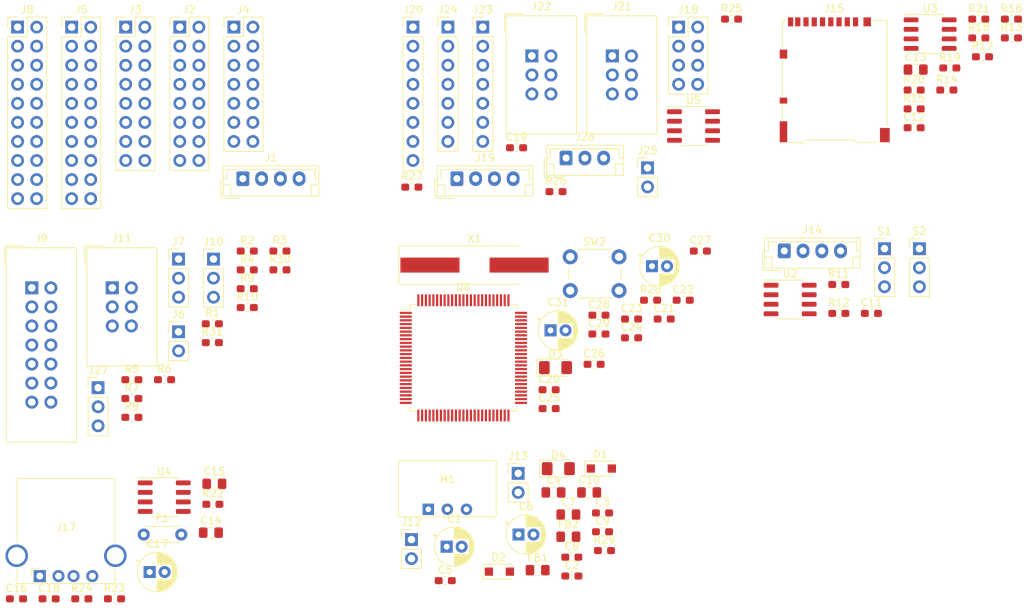
<source format=kicad_pcb>
(kicad_pcb (version 20171130) (host pcbnew "(5.1.4)-1")
  (layers (0 F.Cu signal) (31 B.Cu signal) (34 B.Paste user) (35 F.Paste user) (36 B.SilkS user) (37 F.SilkS user) (38 B.Mask user) (39 F.Mask user) (44 Edge.Cuts user))
  (net 0 "")
  (net 1 GND)
  (net 2 +5V)
  (net 3 "Net-(C2-Pad2)")
  (net 4 "Net-(C5-Pad2)")
  (net 5 "Net-(C6-Pad2)")
  (net 6 GNDA)
  (net 7 +3.3VA)
  (net 8 +3V3)
  (net 9 "Net-(C12-Pad2)")
  (net 10 "Net-(C14-Pad2)")
  (net 11 "Net-(C17-Pad2)")
  (net 12 "Net-(C20-Pad2)")
  (net 13 "Net-(C21-Pad2)")
  (net 14 "Net-(C22-Pad2)")
  (net 15 +12V)
  (net 16 "Net-(D3-Pad2)")
  (net 17 "Net-(D3-Pad1)")
  (net 18 "Net-(D4-Pad2)")
  (net 19 "Net-(F1-Pad2)")
  (net 20 /P64)
  (net 21 /P65)
  (net 22 /P43)
  (net 23 /P42)
  (net 24 /P41)
  (net 25 /P40)
  (net 26 /P76)
  (net 27 /P73)
  (net 28 /P75)
  (net 29 /P72)
  (net 30 /P74)
  (net 31 /P71)
  (net 32 /P90)
  (net 33 /P93)
  (net 34 /P91)
  (net 35 /P94)
  (net 36 /P92)
  (net 37 /P95)
  (net 38 /P44)
  (net 39 /P45)
  (net 40 /P46)
  (net 41 /P47)
  (net 42 /P10)
  (net 43 /P11)
  (net 44 /P23)
  (net 45 /P24)
  (net 46 /P25)
  (net 47 /P70)
  (net 48 /P96)
  (net 49 /PH1)
  (net 50 /PH0)
  (net 51 /P82)
  (net 52 /P81)
  (net 53 /P80)
  (net 54 /P63)
  (net 55 /P62)
  (net 56 /P61)
  (net 57 /P60)
  (net 58 "Net-(J11-Pad4)")
  (net 59 "Net-(J7-Pad3)")
  (net 60 /P00)
  (net 61 "Net-(J7-Pad1)")
  (net 62 /P52)
  (net 63 /P53)
  (net 64 /P54)
  (net 65 /P55)
  (net 66 /PE0)
  (net 67 /PE1)
  (net 68 /PE2)
  (net 69 /PE3)
  (net 70 /PE4)
  (net 71 /PE5)
  (net 72 /PD3)
  (net 73 /PD4)
  (net 74 /PD5)
  (net 75 /PD6)
  (net 76 /PD7)
  (net 77 /JTAG_IF/EMLE)
  (net 78 "Net-(J9-Pad6)")
  (net 79 /JTAG_IF/MD_FINED)
  (net 80 /JTAG_IF/RESn)
  (net 81 "Net-(J10-Pad3)")
  (net 82 "Net-(J10-Pad1)")
  (net 83 "Net-(J11-Pad5)")
  (net 84 "Net-(J11-Pad6)")
  (net 85 "Net-(J14-Pad3)")
  (net 86 "Net-(J14-Pad2)")
  (net 87 "Net-(J14-Pad1)")
  (net 88 /SDC_IF/INS)
  (net 89 "Net-(J15-Pad8)")
  (net 90 "Net-(J15-Pad1)")
  (net 91 /RX72T/P30_SSL0)
  (net 92 "Net-(J15-Pad3)")
  (net 93 "Net-(J15-Pad5)")
  (net 94 /I2C_SPI_SCI/MISO)
  (net 95 /RX72T/USB_DM)
  (net 96 /RX72T/USB_DP)
  (net 97 /RX72T/PB1_SCL)
  (net 98 /RX72T/PB2_SDA)
  (net 99 /I2C_SPI_SCI/MOSI)
  (net 100 /RX72T/P20_RSPCK)
  (net 101 /RX72T/P31_SSL1)
  (net 102 /I2C_SPI_SCI/PB0)
  (net 103 /I2C_SPI_SCI/PB3)
  (net 104 /RX72T/PA4_TXD8)
  (net 105 /RX72T/PA5_RXD8)
  (net 106 /I2C_SPI_SCI/P33)
  (net 107 /I2C_SPI_SCI/P32)
  (net 108 /RX72T/PA1_RXD11)
  (net 109 /RX72T/PA0_TXD11)
  (net 110 /RX72T/PA3_SCK8)
  (net 111 /RX72T/PA2_SCK11)
  (net 112 "Net-(J25-Pad2)")
  (net 113 "Net-(J25-Pad1)")
  (net 114 "Net-(J26-Pad1)")
  (net 115 "Net-(J27-Pad1)")
  (net 116 "Net-(J27-Pad3)")
  (net 117 "Net-(R9-Pad2)")
  (net 118 "Net-(R11-Pad1)")
  (net 119 /RX72T/PD2_USB_VBUS)
  (net 120 "Net-(U2-Pad5)")
  (net 121 /SDC_IF/POW)
  (net 122 "Net-(U3-Pad2)")
  (net 123 "Net-(U3-Pad3)")
  (net 124 "Net-(U3-Pad4)")
  (net 125 "Net-(U3-Pad5)")
  (net 126 /RX72T/PB5_USB_VBUSEN)
  (net 127 /RX72T/PB6_USB_OVRCUR)
  (net 128 "Net-(U4-Pad3)")
  (net 129 "Net-(U4-Pad4)")
  (net 130 "Net-(U4-Pad5)")
  (net 131 /PH4)
  (module Capacitor_THT:CP_Radial_D5.0mm_P2.00mm (layer F.Cu) (at 123.744776 123.155001)
    (fp_text reference C1 (at 1 -3.75) (layer F.SilkS))
    (fp_text value 47uF)
    (pad 1 thru_hole rect (at 0 0) (size 1.6 1.6) (drill 0.8) (layers *.Cu *.Mask) (net 1 GND))
    (pad 2 thru_hole circle (at 2 0) (size 1.6 1.6) (drill 0.8) (layers *.Cu *.Mask) (net 2 +5V))
  )
  (module Capacitor_SMD:C_0603_1608Metric_Pad1.05x0.95mm_HandSolder (layer F.Cu) (at 140.415001 127.065001)
    (fp_text reference C2 (at 0 -1.43) (layer F.SilkS))
    (fp_text value 0.1uF)
    (pad 2 smd roundrect (at 0.875 0) (size 1.05 0.95) (layers F.Cu F.Paste F.Mask) (net 3 "Net-(C2-Pad2)"))
    (pad 1 smd roundrect (at -0.875 0) (size 1.05 0.95) (layers F.Cu F.Paste F.Mask) (net 1 GND))
  )
  (module Capacitor_SMD:C_0603_1608Metric_Pad1.05x0.95mm_HandSolder (layer F.Cu) (at 144.505001 118.655001)
    (fp_text reference C3 (at 0 -1.43) (layer F.SilkS))
    (fp_text value 0.47uF)
    (pad 1 smd roundrect (at -0.875 0) (size 1.05 0.95) (layers F.Cu F.Paste F.Mask) (net 1 GND))
    (pad 2 smd roundrect (at 0.875 0) (size 1.05 0.95) (layers F.Cu F.Paste F.Mask) (net 2 +5V))
  )
  (module Capacitor_SMD:C_0805_2012Metric_Pad1.15x1.40mm_HandSolder (layer F.Cu) (at 137.975001 115.925001)
    (fp_text reference C4 (at 0 -1.65) (layer F.SilkS))
    (fp_text value 10uF)
    (pad 1 smd roundrect (at -1.025 0) (size 1.15 1.4) (layers F.Cu F.Paste F.Mask) (roundrect_rratio 0.217391) (net 1 GND))
    (pad 2 smd roundrect (at 1.025 0) (size 1.15 1.4) (layers F.Cu F.Paste F.Mask) (roundrect_rratio 0.217391) (net 3 "Net-(C2-Pad2)"))
  )
  (module Capacitor_SMD:C_0603_1608Metric_Pad1.05x0.95mm_HandSolder (layer F.Cu) (at 123.555001 127.685001)
    (fp_text reference C5 (at 0 -1.43) (layer F.SilkS))
    (fp_text value 0.1uF)
    (pad 2 smd roundrect (at 0.875 0) (size 1.05 0.95) (layers F.Cu F.Paste F.Mask) (net 4 "Net-(C5-Pad2)"))
    (pad 1 smd roundrect (at -0.875 0) (size 1.05 0.95) (layers F.Cu F.Paste F.Mask) (net 1 GND))
  )
  (module Capacitor_THT:CP_Radial_D5.0mm_P2.00mm (layer F.Cu) (at 133.314776 121.535001)
    (fp_text reference C6 (at 1 -3.75) (layer F.SilkS))
    (fp_text value 47uF)
    (pad 2 thru_hole circle (at 2 0) (size 1.6 1.6) (drill 0.8) (layers *.Cu *.Mask) (net 5 "Net-(C6-Pad2)"))
    (pad 1 thru_hole rect (at 0 0) (size 1.6 1.6) (drill 0.8) (layers *.Cu *.Mask) (net 1 GND))
  )
  (module Capacitor_SMD:C_0805_2012Metric_Pad1.15x1.40mm_HandSolder (layer F.Cu) (at 139.955001 118.875001)
    (fp_text reference C7 (at 0 -1.65) (layer F.SilkS))
    (fp_text value 10uF)
    (pad 2 smd roundrect (at 1.025 0) (size 1.15 1.4) (layers F.Cu F.Paste F.Mask) (roundrect_rratio 0.217391) (net 4 "Net-(C5-Pad2)"))
    (pad 1 smd roundrect (at -1.025 0) (size 1.15 1.4) (layers F.Cu F.Paste F.Mask) (roundrect_rratio 0.217391) (net 1 GND))
  )
  (module Capacitor_SMD:C_0603_1608Metric_Pad1.05x0.95mm_HandSolder (layer F.Cu) (at 140.415001 124.555001)
    (fp_text reference C8 (at 0 -1.43) (layer F.SilkS))
    (fp_text value 0.47uF)
    (pad 1 smd roundrect (at -0.875 0) (size 1.05 0.95) (layers F.Cu F.Paste F.Mask) (net 1 GND))
    (pad 2 smd roundrect (at 0.875 0) (size 1.05 0.95) (layers F.Cu F.Paste F.Mask) (net 5 "Net-(C6-Pad2)"))
  )
  (module Capacitor_SMD:C_0603_1608Metric_Pad1.05x0.95mm_HandSolder (layer F.Cu) (at 144.505001 121.165001)
    (fp_text reference C9 (at 0 -1.43) (layer F.SilkS))
    (fp_text value 0.47uF)
    (pad 1 smd roundrect (at -0.875 0) (size 1.05 0.95) (layers F.Cu F.Paste F.Mask) (net 6 GNDA))
    (pad 2 smd roundrect (at 0.875 0) (size 1.05 0.95) (layers F.Cu F.Paste F.Mask) (net 7 +3.3VA))
  )
  (module Capacitor_SMD:C_0805_2012Metric_Pad1.15x1.40mm_HandSolder (layer F.Cu) (at 142.725001 115.925001)
    (fp_text reference C10 (at 0 -1.65) (layer F.SilkS))
    (fp_text value 10uF)
    (pad 1 smd roundrect (at -1.025 0) (size 1.15 1.4) (layers F.Cu F.Paste F.Mask) (roundrect_rratio 0.217391) (net 6 GNDA))
    (pad 2 smd roundrect (at 1.025 0) (size 1.15 1.4) (layers F.Cu F.Paste F.Mask) (roundrect_rratio 0.217391) (net 7 +3.3VA))
  )
  (module Capacitor_SMD:C_0603_1608Metric_Pad1.05x0.95mm_HandSolder (layer F.Cu) (at 180.325001 92.055001)
    (fp_text reference C11 (at 0 -1.43) (layer F.SilkS))
    (fp_text value 0.1uF)
    (pad 2 smd roundrect (at 0.875 0) (size 1.05 0.95) (layers F.Cu F.Paste F.Mask) (net 8 +3V3))
    (pad 1 smd roundrect (at -0.875 0) (size 1.05 0.95) (layers F.Cu F.Paste F.Mask) (net 1 GND))
  )
  (module Capacitor_SMD:C_0603_1608Metric_Pad1.05x0.95mm_HandSolder (layer F.Cu) (at 186.015001 67.305001)
    (fp_text reference C12 (at 0 -1.43) (layer F.SilkS))
    (fp_text value 0.1uF)
    (pad 2 smd roundrect (at 0.875 0) (size 1.05 0.95) (layers F.Cu F.Paste F.Mask) (net 9 "Net-(C12-Pad2)"))
    (pad 1 smd roundrect (at -0.875 0) (size 1.05 0.95) (layers F.Cu F.Paste F.Mask) (net 1 GND))
  )
  (module Capacitor_SMD:C_0805_2012Metric_Pad1.15x1.40mm_HandSolder (layer F.Cu) (at 186.215001 59.555001)
    (fp_text reference C13 (at 0 -1.65) (layer F.SilkS))
    (fp_text value 10uF)
    (pad 1 smd roundrect (at -1.025 0) (size 1.15 1.4) (layers F.Cu F.Paste F.Mask) (roundrect_rratio 0.217391) (net 1 GND))
    (pad 2 smd roundrect (at 1.025 0) (size 1.15 1.4) (layers F.Cu F.Paste F.Mask) (roundrect_rratio 0.217391) (net 9 "Net-(C12-Pad2)"))
  )
  (module Capacitor_SMD:C_0805_2012Metric_Pad1.15x1.40mm_HandSolder (layer F.Cu) (at 92.345001 121.285001)
    (fp_text reference C14 (at 0 -1.65) (layer F.SilkS))
    (fp_text value 1uF)
    (pad 2 smd roundrect (at 1.025 0) (size 1.15 1.4) (layers F.Cu F.Paste F.Mask) (roundrect_rratio 0.217391) (net 10 "Net-(C14-Pad2)"))
    (pad 1 smd roundrect (at -1.025 0) (size 1.15 1.4) (layers F.Cu F.Paste F.Mask) (roundrect_rratio 0.217391) (net 1 GND))
  )
  (module Capacitor_SMD:C_0805_2012Metric_Pad1.15x1.40mm_HandSolder (layer F.Cu) (at 92.805001 114.775001)
    (fp_text reference C15 (at 0 -1.65) (layer F.SilkS))
    (fp_text value 1uF)
    (pad 2 smd roundrect (at 1.025 0) (size 1.15 1.4) (layers F.Cu F.Paste F.Mask) (roundrect_rratio 0.217391) (net 2 +5V))
    (pad 1 smd roundrect (at -1.025 0) (size 1.15 1.4) (layers F.Cu F.Paste F.Mask) (roundrect_rratio 0.217391) (net 1 GND))
  )
  (module Capacitor_SMD:C_0603_1608Metric_Pad1.05x0.95mm_HandSolder (layer F.Cu) (at 66.445001 130.105001)
    (fp_text reference C16 (at 0 -1.43) (layer F.SilkS))
    (fp_text value 0.1uF)
    (pad 2 smd roundrect (at 0.875 0) (size 1.05 0.95) (layers F.Cu F.Paste F.Mask) (net 8 +3V3))
    (pad 1 smd roundrect (at -0.875 0) (size 1.05 0.95) (layers F.Cu F.Paste F.Mask) (net 1 GND))
  )
  (module Capacitor_THT:CP_Radial_D5.0mm_P2.00mm (layer F.Cu) (at 84.184776 126.535001)
    (fp_text reference C17 (at 1 -3.75) (layer F.SilkS))
    (fp_text value 100uF)
    (pad 1 thru_hole rect (at 0 0) (size 1.6 1.6) (drill 0.8) (layers *.Cu *.Mask) (net 1 GND))
    (pad 2 thru_hole circle (at 2 0) (size 1.6 1.6) (drill 0.8) (layers *.Cu *.Mask) (net 11 "Net-(C17-Pad2)"))
  )
  (module Capacitor_SMD:C_0603_1608Metric_Pad1.05x0.95mm_HandSolder (layer F.Cu) (at 70.795001 130.105001)
    (fp_text reference C18 (at 0 -1.43) (layer F.SilkS))
    (fp_text value 0.1uF)
    (pad 1 smd roundrect (at -0.875 0) (size 1.05 0.95) (layers F.Cu F.Paste F.Mask) (net 1 GND))
    (pad 2 smd roundrect (at 0.875 0) (size 1.05 0.95) (layers F.Cu F.Paste F.Mask) (net 2 +5V))
  )
  (module Capacitor_SMD:C_0603_1608Metric_Pad1.05x0.95mm_HandSolder (layer F.Cu) (at 133.055001 69.975001)
    (fp_text reference C19 (at 0 -1.43) (layer F.SilkS))
    (fp_text value 0.1uF)
    (pad 2 smd roundrect (at 0.875 0) (size 1.05 0.95) (layers F.Cu F.Paste F.Mask) (net 8 +3V3))
    (pad 1 smd roundrect (at -0.875 0) (size 1.05 0.95) (layers F.Cu F.Paste F.Mask) (net 1 GND))
  )
  (module Capacitor_SMD:C_0603_1608Metric_Pad1.05x0.95mm_HandSolder (layer F.Cu) (at 137.395001 102.235001)
    (fp_text reference C20 (at 0 -1.43) (layer F.SilkS))
    (fp_text value 8pF)
    (pad 2 smd roundrect (at 0.875 0) (size 1.05 0.95) (layers F.Cu F.Paste F.Mask) (net 12 "Net-(C20-Pad2)"))
    (pad 1 smd roundrect (at -0.875 0) (size 1.05 0.95) (layers F.Cu F.Paste F.Mask) (net 1 GND))
  )
  (module Capacitor_SMD:C_0603_1608Metric_Pad1.05x0.95mm_HandSolder (layer F.Cu) (at 152.725001 92.805001)
    (fp_text reference C21 (at 0 -1.43) (layer F.SilkS))
    (fp_text value 8pF)
    (pad 1 smd roundrect (at -0.875 0) (size 1.05 0.95) (layers F.Cu F.Paste F.Mask) (net 1 GND))
    (pad 2 smd roundrect (at 0.875 0) (size 1.05 0.95) (layers F.Cu F.Paste F.Mask) (net 13 "Net-(C21-Pad2)"))
  )
  (module Capacitor_SMD:C_0603_1608Metric_Pad1.05x0.95mm_HandSolder (layer F.Cu) (at 155.255001 90.295001)
    (fp_text reference C22 (at 0 -1.43) (layer F.SilkS))
    (fp_text value 0.47uF)
    (pad 2 smd roundrect (at 0.875 0) (size 1.05 0.95) (layers F.Cu F.Paste F.Mask) (net 14 "Net-(C22-Pad2)"))
    (pad 1 smd roundrect (at -0.875 0) (size 1.05 0.95) (layers F.Cu F.Paste F.Mask) (net 1 GND))
  )
  (module Capacitor_SMD:C_0603_1608Metric_Pad1.05x0.95mm_HandSolder (layer F.Cu) (at 148.375001 92.805001)
    (fp_text reference C23 (at 0 -1.43) (layer F.SilkS))
    (fp_text value 104)
    (pad 1 smd roundrect (at -0.875 0) (size 1.05 0.95) (layers F.Cu F.Paste F.Mask) (net 1 GND))
    (pad 2 smd roundrect (at 0.875 0) (size 1.05 0.95) (layers F.Cu F.Paste F.Mask) (net 8 +3V3))
  )
  (module Capacitor_SMD:C_0603_1608Metric_Pad1.05x0.95mm_HandSolder (layer F.Cu) (at 148.375001 95.315001)
    (fp_text reference C24 (at 0 -1.43) (layer F.SilkS))
    (fp_text value 104)
    (pad 2 smd roundrect (at 0.875 0) (size 1.05 0.95) (layers F.Cu F.Paste F.Mask) (net 8 +3V3))
    (pad 1 smd roundrect (at -0.875 0) (size 1.05 0.95) (layers F.Cu F.Paste F.Mask) (net 1 GND))
  )
  (module Capacitor_SMD:C_0603_1608Metric_Pad1.05x0.95mm_HandSolder (layer F.Cu) (at 137.395001 104.745001)
    (fp_text reference C25 (at 0 -1.43) (layer F.SilkS))
    (fp_text value 104)
    (pad 1 smd roundrect (at -0.875 0) (size 1.05 0.95) (layers F.Cu F.Paste F.Mask) (net 6 GNDA))
    (pad 2 smd roundrect (at 0.875 0) (size 1.05 0.95) (layers F.Cu F.Paste F.Mask) (net 7 +3.3VA))
  )
  (module Capacitor_SMD:C_0603_1608Metric_Pad1.05x0.95mm_HandSolder (layer F.Cu) (at 143.385001 98.845001)
    (fp_text reference C26 (at 0 -1.43) (layer F.SilkS))
    (fp_text value 104)
    (pad 1 smd roundrect (at -0.875 0) (size 1.05 0.95) (layers F.Cu F.Paste F.Mask) (net 1 GND))
    (pad 2 smd roundrect (at 0.875 0) (size 1.05 0.95) (layers F.Cu F.Paste F.Mask) (net 8 +3V3))
  )
  (module Capacitor_SMD:C_0603_1608Metric_Pad1.05x0.95mm_HandSolder (layer F.Cu) (at 157.535001 83.745001)
    (fp_text reference C27 (at 0 -1.43) (layer F.SilkS))
    (fp_text value 104)
    (pad 2 smd roundrect (at 0.875 0) (size 1.05 0.95) (layers F.Cu F.Paste F.Mask) (net 7 +3.3VA))
    (pad 1 smd roundrect (at -0.875 0) (size 1.05 0.95) (layers F.Cu F.Paste F.Mask) (net 6 GNDA))
  )
  (module Capacitor_SMD:C_0603_1608Metric_Pad1.05x0.95mm_HandSolder (layer F.Cu) (at 144.025001 92.295001)
    (fp_text reference C28 (at 0 -1.43) (layer F.SilkS))
    (fp_text value 104)
    (pad 1 smd roundrect (at -0.875 0) (size 1.05 0.95) (layers F.Cu F.Paste F.Mask) (net 1 GND))
    (pad 2 smd roundrect (at 0.875 0) (size 1.05 0.95) (layers F.Cu F.Paste F.Mask) (net 8 +3V3))
  )
  (module Capacitor_SMD:C_0603_1608Metric_Pad1.05x0.95mm_HandSolder (layer F.Cu) (at 144.025001 94.805001)
    (fp_text reference C29 (at 0 -1.43) (layer F.SilkS))
    (fp_text value 104)
    (pad 1 smd roundrect (at -0.875 0) (size 1.05 0.95) (layers F.Cu F.Paste F.Mask) (net 6 GNDA))
    (pad 2 smd roundrect (at 0.875 0) (size 1.05 0.95) (layers F.Cu F.Paste F.Mask) (net 7 +3.3VA))
  )
  (module Capacitor_THT:CP_Radial_D5.0mm_P2.00mm (layer F.Cu) (at 151.094776 85.765001)
    (fp_text reference C30 (at 1 -3.75) (layer F.SilkS))
    (fp_text value 47uF)
    (pad 1 thru_hole rect (at 0 0) (size 1.6 1.6) (drill 0.8) (layers *.Cu *.Mask) (net 1 GND))
    (pad 2 thru_hole circle (at 2 0) (size 1.6 1.6) (drill 0.8) (layers *.Cu *.Mask) (net 8 +3V3))
  )
  (module Capacitor_THT:CP_Radial_D5.0mm_P2.00mm (layer F.Cu) (at 137.584776 94.315001)
    (fp_text reference C31 (at 1 -3.75) (layer F.SilkS))
    (fp_text value 47uF)
    (pad 2 thru_hole circle (at 2 0) (size 1.6 1.6) (drill 0.8) (layers *.Cu *.Mask) (net 7 +3.3VA))
    (pad 1 thru_hole rect (at 0 0) (size 1.6 1.6) (drill 0.8) (layers *.Cu *.Mask) (net 6 GNDA))
  )
  (module Diode_SMD:D_SOD-123F (layer F.Cu) (at 144.350001 112.735001)
    (fp_text reference D1 (at -0.127 -1.905) (layer F.SilkS))
    (fp_text value 1A)
    (pad 2 smd rect (at 1.4 0) (size 1.1 1.1) (layers F.Cu F.Paste F.Mask) (net 3 "Net-(C2-Pad2)"))
    (pad 1 smd rect (at -1.4 0) (size 1.1 1.1) (layers F.Cu F.Paste F.Mask) (net 15 +12V))
  )
  (module Diode_SMD:D_SOD-123F (layer F.Cu) (at 130.770001 126.485001)
    (fp_text reference D2 (at -0.127 -1.905) (layer F.SilkS))
    (fp_text value 1A)
    (pad 1 smd rect (at -1.4 0) (size 1.1 1.1) (layers F.Cu F.Paste F.Mask) (net 5 "Net-(C6-Pad2)"))
    (pad 2 smd rect (at 1.4 0) (size 1.1 1.1) (layers F.Cu F.Paste F.Mask) (net 2 +5V))
  )
  (module LED_SMD:LED_1206_3216Metric_Pad1.42x1.75mm_HandSolder (layer F.Cu) (at 138.240001 99.285001)
    (fp_text reference D3 (at 0 -1.82) (layer F.SilkS))
    (fp_text value RED)
    (pad 2 smd roundrect (at 1.4875 0) (size 1.425 1.75) (layers F.Cu F.Paste F.Mask) (roundrect_rratio 0.175439) (net 16 "Net-(D3-Pad2)"))
    (pad 1 smd roundrect (at -1.4875 0) (size 1.425 1.75) (layers F.Cu F.Paste F.Mask) (roundrect_rratio 0.175439) (net 17 "Net-(D3-Pad1)"))
  )
  (module LED_SMD:LED_1206_3216Metric_Pad1.42x1.75mm_HandSolder (layer F.Cu) (at 138.620001 112.755001)
    (fp_text reference D4 (at 0 -1.82) (layer F.SilkS))
    (fp_text value BLUE)
    (pad 1 smd roundrect (at -1.4875 0) (size 1.425 1.75) (layers F.Cu F.Paste F.Mask) (roundrect_rratio 0.175439) (net 1 GND))
    (pad 2 smd roundrect (at 1.4875 0) (size 1.425 1.75) (layers F.Cu F.Paste F.Mask) (roundrect_rratio 0.175439) (net 18 "Net-(D4-Pad2)"))
  )
  (module Capacitor_THT:C_Disc_D4.3mm_W1.9mm_P5.00mm (layer F.Cu) (at 83.395001 121.535001)
    (fp_text reference F1 (at 2.5 -2.2) (layer F.SilkS))
    (fp_text value 0.5A)
    (pad 1 thru_hole circle (at 0 0) (size 1.6 1.6) (drill 0.8) (layers *.Cu *.Mask) (net 2 +5V))
    (pad 2 thru_hole circle (at 5 0) (size 1.6 1.6) (drill 0.8) (layers *.Cu *.Mask) (net 19 "Net-(F1-Pad2)"))
  )
  (module Resistor_SMD:R_0805_2012Metric_Pad1.15x1.40mm_HandSolder (layer F.Cu) (at 135.865001 126.285001)
    (fp_text reference FB1 (at 0 -1.65) (layer F.SilkS))
    (fp_text value FB)
    (pad 2 smd roundrect (at 1.025 0) (size 1.15 1.4) (layers F.Cu F.Paste F.Mask) (roundrect_rratio 0.217391))
    (pad 1 smd roundrect (at -1.025 0) (size 1.15 1.4) (layers F.Cu F.Paste F.Mask) (roundrect_rratio 0.217391))
  )
  (module Resistor_SMD:R_0805_2012Metric_Pad1.15x1.40mm_HandSolder (layer F.Cu) (at 139.955001 121.825001)
    (fp_text reference FB2 (at 0 -1.65) (layer F.SilkS))
    (fp_text value FB)
    (pad 1 smd roundrect (at -1.025 0) (size 1.15 1.4) (layers F.Cu F.Paste F.Mask) (roundrect_rratio 0.217391))
    (pad 2 smd roundrect (at 1.025 0) (size 1.15 1.4) (layers F.Cu F.Paste F.Mask) (roundrect_rratio 0.217391))
  )
  (module Connector_JST:JST_EH_B4B-EH-A_1x04_P2.50mm_Vertical (layer F.Cu) (at 96.595001 74.095001)
    (fp_text reference J1 (at 3.75 -2.8) (layer F.SilkS))
    (fp_text value DA_OUT)
    (pad 1 thru_hole roundrect (at 0 0) (size 1.7 1.95) (drill 0.95) (layers *.Cu *.Mask) (roundrect_rratio 0.147059) (net 20 /P64))
    (pad 2 thru_hole oval (at 2.5 0) (size 1.7 1.95) (drill 0.95) (layers *.Cu *.Mask) (net 21 /P65))
    (pad 3 thru_hole oval (at 5 0) (size 1.7 1.95) (drill 0.95) (layers *.Cu *.Mask) (net 7 +3.3VA))
    (pad 4 thru_hole oval (at 7.5 0) (size 1.7 1.95) (drill 0.95) (layers *.Cu *.Mask) (net 6 GNDA))
  )
  (module Connector_PinHeader_2.54mm:PinHeader_2x08_P2.54mm_Vertical (layer F.Cu) (at 88.195001 53.895001)
    (fp_text reference J2 (at 1.27 -2.33) (layer F.SilkS))
    (fp_text value GPTW_012)
    (pad 16 thru_hole oval (at 2.54 17.78) (size 1.7 1.7) (drill 1) (layers *.Cu *.Mask) (net 22 /P43))
    (pad 15 thru_hole oval (at 0 17.78) (size 1.7 1.7) (drill 1) (layers *.Cu *.Mask) (net 23 /P42))
    (pad 14 thru_hole oval (at 2.54 15.24) (size 1.7 1.7) (drill 1) (layers *.Cu *.Mask) (net 6 GNDA))
    (pad 13 thru_hole oval (at 0 15.24) (size 1.7 1.7) (drill 1) (layers *.Cu *.Mask) (net 6 GNDA))
    (pad 12 thru_hole oval (at 2.54 12.7) (size 1.7 1.7) (drill 1) (layers *.Cu *.Mask) (net 24 /P41))
    (pad 11 thru_hole oval (at 0 12.7) (size 1.7 1.7) (drill 1) (layers *.Cu *.Mask) (net 25 /P40))
    (pad 10 thru_hole oval (at 2.54 10.16) (size 1.7 1.7) (drill 1) (layers *.Cu *.Mask) (net 7 +3.3VA))
    (pad 9 thru_hole oval (at 0 10.16) (size 1.7 1.7) (drill 1) (layers *.Cu *.Mask) (net 6 GNDA))
    (pad 8 thru_hole oval (at 2.54 7.62) (size 1.7 1.7) (drill 1) (layers *.Cu *.Mask) (net 26 /P76))
    (pad 7 thru_hole oval (at 0 7.62) (size 1.7 1.7) (drill 1) (layers *.Cu *.Mask) (net 27 /P73))
    (pad 6 thru_hole oval (at 2.54 5.08) (size 1.7 1.7) (drill 1) (layers *.Cu *.Mask) (net 8 +3V3))
    (pad 5 thru_hole oval (at 0 5.08) (size 1.7 1.7) (drill 1) (layers *.Cu *.Mask) (net 1 GND))
    (pad 4 thru_hole oval (at 2.54 2.54) (size 1.7 1.7) (drill 1) (layers *.Cu *.Mask) (net 28 /P75))
    (pad 3 thru_hole oval (at 0 2.54) (size 1.7 1.7) (drill 1) (layers *.Cu *.Mask) (net 29 /P72))
    (pad 2 thru_hole oval (at 2.54 0) (size 1.7 1.7) (drill 1) (layers *.Cu *.Mask) (net 30 /P74))
    (pad 1 thru_hole rect (at 0 0) (size 1.7 1.7) (drill 1) (layers *.Cu *.Mask) (net 31 /P71))
  )
  (module Connector_PinHeader_2.54mm:PinHeader_2x08_P2.54mm_Vertical (layer F.Cu) (at 80.995001 53.895001)
    (fp_text reference J3 (at 1.27 -2.33) (layer F.SilkS))
    (fp_text value GPTW_456)
    (pad 1 thru_hole rect (at 0 0) (size 1.7 1.7) (drill 1) (layers *.Cu *.Mask) (net 32 /P90))
    (pad 2 thru_hole oval (at 2.54 0) (size 1.7 1.7) (drill 1) (layers *.Cu *.Mask) (net 33 /P93))
    (pad 3 thru_hole oval (at 0 2.54) (size 1.7 1.7) (drill 1) (layers *.Cu *.Mask) (net 34 /P91))
    (pad 4 thru_hole oval (at 2.54 2.54) (size 1.7 1.7) (drill 1) (layers *.Cu *.Mask) (net 35 /P94))
    (pad 5 thru_hole oval (at 0 5.08) (size 1.7 1.7) (drill 1) (layers *.Cu *.Mask) (net 1 GND))
    (pad 6 thru_hole oval (at 2.54 5.08) (size 1.7 1.7) (drill 1) (layers *.Cu *.Mask) (net 8 +3V3))
    (pad 7 thru_hole oval (at 0 7.62) (size 1.7 1.7) (drill 1) (layers *.Cu *.Mask) (net 36 /P92))
    (pad 8 thru_hole oval (at 2.54 7.62) (size 1.7 1.7) (drill 1) (layers *.Cu *.Mask) (net 37 /P95))
    (pad 9 thru_hole oval (at 0 10.16) (size 1.7 1.7) (drill 1) (layers *.Cu *.Mask) (net 6 GNDA))
    (pad 10 thru_hole oval (at 2.54 10.16) (size 1.7 1.7) (drill 1) (layers *.Cu *.Mask) (net 7 +3.3VA))
    (pad 11 thru_hole oval (at 0 12.7) (size 1.7 1.7) (drill 1) (layers *.Cu *.Mask) (net 38 /P44))
    (pad 12 thru_hole oval (at 2.54 12.7) (size 1.7 1.7) (drill 1) (layers *.Cu *.Mask) (net 39 /P45))
    (pad 13 thru_hole oval (at 0 15.24) (size 1.7 1.7) (drill 1) (layers *.Cu *.Mask) (net 6 GNDA))
    (pad 14 thru_hole oval (at 2.54 15.24) (size 1.7 1.7) (drill 1) (layers *.Cu *.Mask) (net 6 GNDA))
    (pad 15 thru_hole oval (at 0 17.78) (size 1.7 1.7) (drill 1) (layers *.Cu *.Mask) (net 40 /P46))
    (pad 16 thru_hole oval (at 2.54 17.78) (size 1.7 1.7) (drill 1) (layers *.Cu *.Mask) (net 41 /P47))
  )
  (module Connector_PinHeader_2.54mm:PinHeader_2x07_P2.54mm_Vertical (layer F.Cu) (at 95.395001 53.895001)
    (fp_text reference J4 (at 1.27 -2.33) (layer F.SilkS))
    (fp_text value EXT_DG0)
    (pad 1 thru_hole rect (at 0 0) (size 1.7 1.7) (drill 1) (layers *.Cu *.Mask) (net 42 /P10))
    (pad 2 thru_hole oval (at 2.54 0) (size 1.7 1.7) (drill 1) (layers *.Cu *.Mask) (net 43 /P11))
    (pad 3 thru_hole oval (at 0 2.54) (size 1.7 1.7) (drill 1) (layers *.Cu *.Mask) (net 1 GND))
    (pad 4 thru_hole oval (at 2.54 2.54) (size 1.7 1.7) (drill 1) (layers *.Cu *.Mask) (net 8 +3V3))
    (pad 5 thru_hole oval (at 0 5.08) (size 1.7 1.7) (drill 1) (layers *.Cu *.Mask) (net 1 GND))
    (pad 6 thru_hole oval (at 2.54 5.08) (size 1.7 1.7) (drill 1) (layers *.Cu *.Mask) (net 44 /P23))
    (pad 7 thru_hole oval (at 0 7.62) (size 1.7 1.7) (drill 1) (layers *.Cu *.Mask) (net 45 /P24))
    (pad 8 thru_hole oval (at 2.54 7.62) (size 1.7 1.7) (drill 1) (layers *.Cu *.Mask) (net 46 /P25))
    (pad 9 thru_hole oval (at 0 10.16) (size 1.7 1.7) (drill 1) (layers *.Cu *.Mask) (net 1 GND))
    (pad 10 thru_hole oval (at 2.54 10.16) (size 1.7 1.7) (drill 1) (layers *.Cu *.Mask) (net 8 +3V3))
    (pad 11 thru_hole oval (at 0 12.7) (size 1.7 1.7) (drill 1) (layers *.Cu *.Mask) (net 47 /P70))
    (pad 12 thru_hole oval (at 2.54 12.7) (size 1.7 1.7) (drill 1) (layers *.Cu *.Mask) (net 48 /P96))
    (pad 13 thru_hole oval (at 0 15.24) (size 1.7 1.7) (drill 1) (layers *.Cu *.Mask) (net 1 GND))
    (pad 14 thru_hole oval (at 2.54 15.24) (size 1.7 1.7) (drill 1) (layers *.Cu *.Mask) (net 8 +3V3))
  )
  (module Connector_PinHeader_2.54mm:PinHeader_2x10_P2.54mm_Vertical (layer F.Cu) (at 73.795001 53.895001)
    (fp_text reference J5 (at 1.27 -2.33) (layer F.SilkS))
    (fp_text value EXT_AN)
    (pad 20 thru_hole oval (at 2.54 22.86) (size 1.7 1.7) (drill 1) (layers *.Cu *.Mask) (net 7 +3.3VA))
    (pad 19 thru_hole oval (at 0 22.86) (size 1.7 1.7) (drill 1) (layers *.Cu *.Mask) (net 6 GNDA))
    (pad 18 thru_hole oval (at 2.54 20.32) (size 1.7 1.7) (drill 1) (layers *.Cu *.Mask) (net 49 /PH1))
    (pad 17 thru_hole oval (at 0 20.32) (size 1.7 1.7) (drill 1) (layers *.Cu *.Mask) (net 50 /PH0))
    (pad 16 thru_hole oval (at 2.54 17.78) (size 1.7 1.7) (drill 1) (layers *.Cu *.Mask) (net 7 +3.3VA))
    (pad 15 thru_hole oval (at 0 17.78) (size 1.7 1.7) (drill 1) (layers *.Cu *.Mask) (net 6 GNDA))
    (pad 14 thru_hole oval (at 2.54 15.24) (size 1.7 1.7) (drill 1) (layers *.Cu *.Mask) (net 7 +3.3VA))
    (pad 13 thru_hole oval (at 0 15.24) (size 1.7 1.7) (drill 1) (layers *.Cu *.Mask) (net 51 /P82))
    (pad 12 thru_hole oval (at 2.54 12.7) (size 1.7 1.7) (drill 1) (layers *.Cu *.Mask) (net 52 /P81))
    (pad 11 thru_hole oval (at 0 12.7) (size 1.7 1.7) (drill 1) (layers *.Cu *.Mask) (net 53 /P80))
    (pad 10 thru_hole oval (at 2.54 10.16) (size 1.7 1.7) (drill 1) (layers *.Cu *.Mask) (net 7 +3.3VA))
    (pad 9 thru_hole oval (at 0 10.16) (size 1.7 1.7) (drill 1) (layers *.Cu *.Mask) (net 6 GNDA))
    (pad 8 thru_hole oval (at 2.54 7.62) (size 1.7 1.7) (drill 1) (layers *.Cu *.Mask) (net 21 /P65))
    (pad 7 thru_hole oval (at 0 7.62) (size 1.7 1.7) (drill 1) (layers *.Cu *.Mask) (net 20 /P64))
    (pad 6 thru_hole oval (at 2.54 5.08) (size 1.7 1.7) (drill 1) (layers *.Cu *.Mask) (net 54 /P63))
    (pad 5 thru_hole oval (at 0 5.08) (size 1.7 1.7) (drill 1) (layers *.Cu *.Mask) (net 55 /P62))
    (pad 4 thru_hole oval (at 2.54 2.54) (size 1.7 1.7) (drill 1) (layers *.Cu *.Mask) (net 56 /P61))
    (pad 3 thru_hole oval (at 0 2.54) (size 1.7 1.7) (drill 1) (layers *.Cu *.Mask) (net 57 /P60))
    (pad 2 thru_hole oval (at 2.54 0) (size 1.7 1.7) (drill 1) (layers *.Cu *.Mask) (net 8 +3V3))
    (pad 1 thru_hole rect (at 0 0) (size 1.7 1.7) (drill 1) (layers *.Cu *.Mask) (net 1 GND))
  )
  (module Connector_PinHeader_2.54mm:PinHeader_1x02_P2.54mm_Vertical (layer F.Cu) (at 88.035001 94.515001)
    (fp_text reference J6 (at 0 -2.33) (layer F.SilkS))
    (fp_text value SCI1_POW)
    (pad 1 thru_hole rect (at 0 0) (size 1.7 1.7) (drill 1) (layers *.Cu *.Mask) (net 58 "Net-(J11-Pad4)"))
    (pad 2 thru_hole oval (at 0 2.54) (size 1.7 1.7) (drill 1) (layers *.Cu *.Mask) (net 8 +3V3))
  )
  (module Connector_PinHeader_2.54mm:PinHeader_1x03_P2.54mm_Vertical (layer F.Cu) (at 88.035001 84.815001)
    (fp_text reference J7 (at 0 -2.33) (layer F.SilkS))
    (fp_text value UB)
    (pad 3 thru_hole oval (at 0 5.08) (size 1.7 1.7) (drill 1) (layers *.Cu *.Mask) (net 59 "Net-(J7-Pad3)"))
    (pad 2 thru_hole oval (at 0 2.54) (size 1.7 1.7) (drill 1) (layers *.Cu *.Mask) (net 60 /P00))
    (pad 1 thru_hole rect (at 0 0) (size 1.7 1.7) (drill 1) (layers *.Cu *.Mask) (net 61 "Net-(J7-Pad1)"))
  )
  (module Connector_PinHeader_2.54mm:PinHeader_2x10_P2.54mm_Vertical (layer F.Cu) (at 66.595001 53.895001)
    (fp_text reference J8 (at 1.27 -2.33) (layer F.SilkS))
    (fp_text value EXT_DG1)
    (pad 1 thru_hole rect (at 0 0) (size 1.7 1.7) (drill 1) (layers *.Cu *.Mask) (net 62 /P52))
    (pad 2 thru_hole oval (at 2.54 0) (size 1.7 1.7) (drill 1) (layers *.Cu *.Mask) (net 63 /P53))
    (pad 3 thru_hole oval (at 0 2.54) (size 1.7 1.7) (drill 1) (layers *.Cu *.Mask) (net 64 /P54))
    (pad 4 thru_hole oval (at 2.54 2.54) (size 1.7 1.7) (drill 1) (layers *.Cu *.Mask) (net 65 /P55))
    (pad 5 thru_hole oval (at 0 5.08) (size 1.7 1.7) (drill 1) (layers *.Cu *.Mask) (net 1 GND))
    (pad 6 thru_hole oval (at 2.54 5.08) (size 1.7 1.7) (drill 1) (layers *.Cu *.Mask) (net 8 +3V3))
    (pad 7 thru_hole oval (at 0 7.62) (size 1.7 1.7) (drill 1) (layers *.Cu *.Mask) (net 66 /PE0))
    (pad 8 thru_hole oval (at 2.54 7.62) (size 1.7 1.7) (drill 1) (layers *.Cu *.Mask) (net 67 /PE1))
    (pad 9 thru_hole oval (at 0 10.16) (size 1.7 1.7) (drill 1) (layers *.Cu *.Mask) (net 68 /PE2))
    (pad 10 thru_hole oval (at 2.54 10.16) (size 1.7 1.7) (drill 1) (layers *.Cu *.Mask) (net 69 /PE3))
    (pad 11 thru_hole oval (at 0 12.7) (size 1.7 1.7) (drill 1) (layers *.Cu *.Mask) (net 70 /PE4))
    (pad 12 thru_hole oval (at 2.54 12.7) (size 1.7 1.7) (drill 1) (layers *.Cu *.Mask) (net 71 /PE5))
    (pad 13 thru_hole oval (at 0 15.24) (size 1.7 1.7) (drill 1) (layers *.Cu *.Mask) (net 1 GND))
    (pad 14 thru_hole oval (at 2.54 15.24) (size 1.7 1.7) (drill 1) (layers *.Cu *.Mask) (net 8 +3V3))
    (pad 15 thru_hole oval (at 0 17.78) (size 1.7 1.7) (drill 1) (layers *.Cu *.Mask) (net 60 /P00))
    (pad 16 thru_hole oval (at 2.54 17.78) (size 1.7 1.7) (drill 1) (layers *.Cu *.Mask) (net 72 /PD3))
    (pad 17 thru_hole oval (at 0 20.32) (size 1.7 1.7) (drill 1) (layers *.Cu *.Mask) (net 73 /PD4))
    (pad 18 thru_hole oval (at 2.54 20.32) (size 1.7 1.7) (drill 1) (layers *.Cu *.Mask) (net 74 /PD5))
    (pad 19 thru_hole oval (at 0 22.86) (size 1.7 1.7) (drill 1) (layers *.Cu *.Mask) (net 75 /PD6))
    (pad 20 thru_hole oval (at 2.54 22.86) (size 1.7 1.7) (drill 1) (layers *.Cu *.Mask) (net 76 /PD7))
  )
  (module Connector_IDC:IDC-Header_2x07_P2.54mm_Vertical (layer F.Cu) (at 68.485001 88.650001)
    (fp_text reference J9 (at 1.27 -6.604) (layer F.SilkS))
    (fp_text value E1_E2_Lite)
    (pad 1 thru_hole rect (at 0 0) (size 1.7272 1.7272) (drill 1.016) (layers *.Cu *.Mask) (net 73 /PD4))
    (pad 2 thru_hole oval (at 2.54 0) (size 1.7272 1.7272) (drill 1.016) (layers *.Cu *.Mask) (net 1 GND))
    (pad 3 thru_hole oval (at 0 2.54) (size 1.7272 1.7272) (drill 1.016) (layers *.Cu *.Mask) (net 76 /PD7))
    (pad 4 thru_hole oval (at 2.54 2.54) (size 1.7272 1.7272) (drill 1.016) (layers *.Cu *.Mask) (net 77 /JTAG_IF/EMLE))
    (pad 5 thru_hole oval (at 0 5.08) (size 1.7272 1.7272) (drill 1.016) (layers *.Cu *.Mask) (net 72 /PD3))
    (pad 6 thru_hole oval (at 2.54 5.08) (size 1.7272 1.7272) (drill 1.016) (layers *.Cu *.Mask) (net 78 "Net-(J9-Pad6)"))
    (pad 7 thru_hole oval (at 0 7.62) (size 1.7272 1.7272) (drill 1.016) (layers *.Cu *.Mask) (net 79 /JTAG_IF/MD_FINED))
    (pad 8 thru_hole oval (at 2.54 7.62) (size 1.7272 1.7272) (drill 1.016) (layers *.Cu *.Mask) (net 8 +3V3))
    (pad 9 thru_hole oval (at 0 10.16) (size 1.7272 1.7272) (drill 1.016) (layers *.Cu *.Mask) (net 75 /PD6))
    (pad 10 thru_hole oval (at 2.54 10.16) (size 1.7272 1.7272) (drill 1.016) (layers *.Cu *.Mask) (net 60 /P00))
    (pad 11 thru_hole oval (at 0 12.7) (size 1.7272 1.7272) (drill 1.016) (layers *.Cu *.Mask) (net 74 /PD5))
    (pad 12 thru_hole oval (at 2.54 12.7) (size 1.7272 1.7272) (drill 1.016) (layers *.Cu *.Mask) (net 1 GND))
    (pad 13 thru_hole oval (at 0 15.24) (size 1.7272 1.7272) (drill 1.016) (layers *.Cu *.Mask) (net 80 /JTAG_IF/RESn))
    (pad 14 thru_hole oval (at 2.54 15.24) (size 1.7272 1.7272) (drill 1.016) (layers *.Cu *.Mask) (net 1 GND))
  )
  (module Connector_PinHeader_2.54mm:PinHeader_1x03_P2.54mm_Vertical (layer F.Cu) (at 92.685001 84.815001)
    (fp_text reference J10 (at 0 -2.33) (layer F.SilkS))
    (fp_text value EMU_MODE)
    (pad 3 thru_hole oval (at 0 5.08) (size 1.7 1.7) (drill 1) (layers *.Cu *.Mask) (net 81 "Net-(J10-Pad3)"))
    (pad 2 thru_hole oval (at 0 2.54) (size 1.7 1.7) (drill 1) (layers *.Cu *.Mask) (net 77 /JTAG_IF/EMLE))
    (pad 1 thru_hole rect (at 0 0) (size 1.7 1.7) (drill 1) (layers *.Cu *.Mask) (net 82 "Net-(J10-Pad1)"))
  )
  (module Connector_IDC:IDC-Header_2x03_P2.54mm_Vertical (layer F.Cu) (at 79.205001 88.650001)
    (fp_text reference J11 (at 1.27 -6.604) (layer F.SilkS))
    (fp_text value SCI1)
    (pad 1 thru_hole rect (at 0 0) (size 1.7272 1.7272) (drill 1.016) (layers *.Cu *.Mask) (net 72 /PD3))
    (pad 2 thru_hole oval (at 2.54 0) (size 1.7272 1.7272) (drill 1.016) (layers *.Cu *.Mask) (net 74 /PD5))
    (pad 3 thru_hole oval (at 0 2.54) (size 1.7272 1.7272) (drill 1.016) (layers *.Cu *.Mask) (net 1 GND))
    (pad 4 thru_hole oval (at 2.54 2.54) (size 1.7272 1.7272) (drill 1.016) (layers *.Cu *.Mask) (net 58 "Net-(J11-Pad4)"))
    (pad 5 thru_hole oval (at 0 5.08) (size 1.7272 1.7272) (drill 1.016) (layers *.Cu *.Mask) (net 83 "Net-(J11-Pad5)"))
    (pad 6 thru_hole oval (at 2.54 5.08) (size 1.7272 1.7272) (drill 1.016) (layers *.Cu *.Mask) (net 84 "Net-(J11-Pad6)"))
  )
  (module Connector_PinHeader_2.54mm:PinHeader_1x02_P2.54mm_Vertical (layer F.Cu) (at 119.055001 122.205001)
    (fp_text reference J12 (at 0 -2.33) (layer F.SilkS))
    (fp_text value 5V_POW)
    (pad 1 thru_hole rect (at 0 0) (size 1.7 1.7) (drill 1) (layers *.Cu *.Mask) (net 5 "Net-(C6-Pad2)"))
    (pad 2 thru_hole oval (at 0 2.54) (size 1.7 1.7) (drill 1) (layers *.Cu *.Mask) (net 8 +3V3))
  )
  (module Connector_PinHeader_2.54mm:PinHeader_1x02_P2.54mm_Vertical (layer F.Cu) (at 133.275001 113.385001)
    (fp_text reference J13 (at 0 -2.33) (layer F.SilkS))
    (fp_text value 12V_POW)
    (pad 2 thru_hole oval (at 0 2.54) (size 1.7 1.7) (drill 1) (layers *.Cu *.Mask) (net 2 +5V))
    (pad 1 thru_hole rect (at 0 0) (size 1.7 1.7) (drill 1) (layers *.Cu *.Mask) (net 4 "Net-(C5-Pad2)"))
  )
  (module Connector_JST:JST_EH_B4B-EH-A_1x04_P2.50mm_Vertical (layer F.Cu) (at 168.715001 83.725001)
    (fp_text reference J14 (at 3.75 -2.8) (layer F.SilkS))
    (fp_text value CAN)
    (pad 4 thru_hole oval (at 7.5 0) (size 1.7 1.95) (drill 0.95) (layers *.Cu *.Mask) (net 1 GND))
    (pad 3 thru_hole oval (at 5 0) (size 1.7 1.95) (drill 0.95) (layers *.Cu *.Mask) (net 85 "Net-(J14-Pad3)"))
    (pad 2 thru_hole oval (at 2.5 0) (size 1.7 1.95) (drill 0.95) (layers *.Cu *.Mask) (net 86 "Net-(J14-Pad2)"))
    (pad 1 thru_hole roundrect (at 0 0) (size 1.7 1.95) (drill 0.95) (layers *.Cu *.Mask) (roundrect_rratio 0.147059) (net 87 "Net-(J14-Pad1)"))
  )
  (module Connector_Card:microSD_HC_Hirose_DM3AT-SF-PEJM5 (layer F.Cu) (at 175.435001 60.915001)
    (fp_text reference J15 (at -0.075 -9.525) (layer F.SilkS))
    (fp_text value Micro_SD_Card_Det_Hirose_DM3AT)
    (pad 9 smd rect (at -5.875 -7.725) (size 0.7 1.2) (layers F.Cu F.Paste F.Mask) (net 88 /SDC_IF/INS))
    (pad 8 smd rect (at -4.925 -7.725) (size 0.7 1.2) (layers F.Cu F.Paste F.Mask) (net 89 "Net-(J15-Pad8)"))
    (pad 1 smd rect (at 2.775 -7.725) (size 0.7 1.2) (layers F.Cu F.Paste F.Mask) (net 90 "Net-(J15-Pad1)"))
    (pad 2 smd rect (at 1.675 -7.725) (size 0.7 1.2) (layers F.Cu F.Paste F.Mask) (net 91 /RX72T/P30_SSL0))
    (pad 3 smd rect (at 0.575 -7.725) (size 0.7 1.2) (layers F.Cu F.Paste F.Mask) (net 92 "Net-(J15-Pad3)"))
    (pad 4 smd rect (at -0.525 -7.725) (size 0.7 1.2) (layers F.Cu F.Paste F.Mask) (net 9 "Net-(C12-Pad2)"))
    (pad 5 smd rect (at -1.625 -7.725) (size 0.7 1.2) (layers F.Cu F.Paste F.Mask) (net 93 "Net-(J15-Pad5)"))
    (pad 6 smd rect (at -2.725 -7.725) (size 0.7 1.2) (layers F.Cu F.Paste F.Mask) (net 1 GND))
    (pad 7 smd rect (at -3.825 -7.725) (size 0.7 1.2) (layers F.Cu F.Paste F.Mask) (net 94 /I2C_SPI_SCI/MISO))
    (pad 11 smd rect (at 4.325 -7.725) (size 1 1.2) (layers F.Cu F.Paste F.Mask) (net 1 GND))
    (pad 11 smd rect (at -6.825 -3.425) (size 1 1.2) (layers F.Cu F.Paste F.Mask) (net 1 GND))
    (pad 10 smd rect (at -6.825 2.775) (size 1 0.8) (layers F.Cu F.Paste F.Mask) (net 1 GND))
    (pad 11 smd rect (at -6.825 6.925) (size 1 2.8) (layers F.Cu F.Paste F.Mask) (net 1 GND))
    (pad 11 smd rect (at 6.675 7.375) (size 1.3 1.9) (layers F.Cu F.Paste F.Mask) (net 1 GND))
  )
  (module KiCAD_lib:USB-4AF103BS (layer F.Cu) (at 73.045001 127.075001)
    (fp_text reference J17 (at 0 -6.5) (layer F.SilkS))
    (fp_text value MASTER)
    (pad 1 thru_hole rect (at -3.5 0) (size 1.6 1.6) (drill 0.92) (layers *.Cu *.Mask) (net 11 "Net-(C17-Pad2)"))
    (pad 2 thru_hole circle (at -1 0) (size 1.6 1.6) (drill 0.92) (layers *.Cu *.Mask) (net 95 /RX72T/USB_DM))
    (pad 3 thru_hole circle (at 1 0) (size 1.6 1.6) (drill 0.92) (layers *.Cu *.Mask) (net 96 /RX72T/USB_DP))
    (pad 4 thru_hole circle (at 3.5 0) (size 1.6 1.6) (drill 0.92) (layers *.Cu *.Mask) (net 1 GND))
    (pad 5 thru_hole circle (at -6.57 -2.71) (size 3 3) (drill 2.3) (layers *.Cu *.Mask) (net 1 GND))
    (pad 5 thru_hole circle (at 6.57 -2.71) (size 3 3) (drill 2.3) (layers *.Cu *.Mask) (net 1 GND))
  )
  (module Connector_PinHeader_2.54mm:PinHeader_2x04_P2.54mm_Vertical (layer F.Cu) (at 154.645001 53.895001)
    (fp_text reference J18 (at 1.27 -2.33) (layer F.SilkS))
    (fp_text value I2C_B)
    (pad 1 thru_hole rect (at 0 0) (size 1.7 1.7) (drill 1) (layers *.Cu *.Mask) (net 97 /RX72T/PB1_SCL))
    (pad 2 thru_hole oval (at 2.54 0) (size 1.7 1.7) (drill 1) (layers *.Cu *.Mask) (net 97 /RX72T/PB1_SCL))
    (pad 3 thru_hole oval (at 0 2.54) (size 1.7 1.7) (drill 1) (layers *.Cu *.Mask) (net 98 /RX72T/PB2_SDA))
    (pad 4 thru_hole oval (at 2.54 2.54) (size 1.7 1.7) (drill 1) (layers *.Cu *.Mask) (net 98 /RX72T/PB2_SDA))
    (pad 5 thru_hole oval (at 0 5.08) (size 1.7 1.7) (drill 1) (layers *.Cu *.Mask) (net 8 +3V3))
    (pad 6 thru_hole oval (at 2.54 5.08) (size 1.7 1.7) (drill 1) (layers *.Cu *.Mask) (net 8 +3V3))
    (pad 7 thru_hole oval (at 0 7.62) (size 1.7 1.7) (drill 1) (layers *.Cu *.Mask) (net 1 GND))
    (pad 8 thru_hole oval (at 2.54 7.62) (size 1.7 1.7) (drill 1) (layers *.Cu *.Mask) (net 1 GND))
  )
  (module Connector_JST:JST_EH_B4B-EH-A_1x04_P2.50mm_Vertical (layer F.Cu) (at 125.105001 74.095001)
    (fp_text reference J19 (at 3.75 -2.8) (layer F.SilkS))
    (fp_text value I2C_A)
    (pad 1 thru_hole roundrect (at 0 0) (size 1.7 1.95) (drill 0.95) (layers *.Cu *.Mask) (roundrect_rratio 0.147059) (net 97 /RX72T/PB1_SCL))
    (pad 2 thru_hole oval (at 2.5 0) (size 1.7 1.95) (drill 0.95) (layers *.Cu *.Mask) (net 98 /RX72T/PB2_SDA))
    (pad 3 thru_hole oval (at 5 0) (size 1.7 1.95) (drill 0.95) (layers *.Cu *.Mask) (net 8 +3V3))
    (pad 4 thru_hole oval (at 7.5 0) (size 1.7 1.95) (drill 0.95) (layers *.Cu *.Mask) (net 1 GND))
  )
  (module Connector_PinHeader_2.54mm:PinHeader_1x08_P2.54mm_Vertical (layer F.Cu) (at 119.255001 53.895001)
    (fp_text reference J20 (at 0 -2.33) (layer F.SilkS))
    (fp_text value RSPI)
    (pad 1 thru_hole rect (at 0 0) (size 1.7 1.7) (drill 1) (layers *.Cu *.Mask) (net 94 /I2C_SPI_SCI/MISO))
    (pad 2 thru_hole oval (at 0 2.54) (size 1.7 1.7) (drill 1) (layers *.Cu *.Mask) (net 99 /I2C_SPI_SCI/MOSI))
    (pad 3 thru_hole oval (at 0 5.08) (size 1.7 1.7) (drill 1) (layers *.Cu *.Mask) (net 100 /RX72T/P20_RSPCK))
    (pad 4 thru_hole oval (at 0 7.62) (size 1.7 1.7) (drill 1) (layers *.Cu *.Mask) (net 101 /RX72T/P31_SSL1))
    (pad 5 thru_hole oval (at 0 10.16) (size 1.7 1.7) (drill 1) (layers *.Cu *.Mask) (net 8 +3V3))
    (pad 6 thru_hole oval (at 0 12.7) (size 1.7 1.7) (drill 1) (layers *.Cu *.Mask) (net 1 GND))
    (pad 7 thru_hole oval (at 0 15.24) (size 1.7 1.7) (drill 1) (layers *.Cu *.Mask) (net 102 /I2C_SPI_SCI/PB0))
    (pad 8 thru_hole oval (at 0 17.78) (size 1.7 1.7) (drill 1) (layers *.Cu *.Mask) (net 103 /I2C_SPI_SCI/PB3))
  )
  (module Connector_IDC:IDC-Header_2x03_P2.54mm_Vertical (layer F.Cu) (at 145.815001 57.730001)
    (fp_text reference J21 (at 1.27 -6.604) (layer F.SilkS))
    (fp_text value SCI8)
    (pad 1 thru_hole rect (at 0 0) (size 1.7272 1.7272) (drill 1.016) (layers *.Cu *.Mask) (net 104 /RX72T/PA4_TXD8))
    (pad 2 thru_hole oval (at 2.54 0) (size 1.7272 1.7272) (drill 1.016) (layers *.Cu *.Mask) (net 105 /RX72T/PA5_RXD8))
    (pad 3 thru_hole oval (at 0 2.54) (size 1.7272 1.7272) (drill 1.016) (layers *.Cu *.Mask) (net 1 GND))
    (pad 4 thru_hole oval (at 2.54 2.54) (size 1.7272 1.7272) (drill 1.016) (layers *.Cu *.Mask) (net 8 +3V3))
    (pad 5 thru_hole oval (at 0 5.08) (size 1.7272 1.7272) (drill 1.016) (layers *.Cu *.Mask) (net 102 /I2C_SPI_SCI/PB0))
    (pad 6 thru_hole oval (at 2.54 5.08) (size 1.7272 1.7272) (drill 1.016) (layers *.Cu *.Mask) (net 103 /I2C_SPI_SCI/PB3))
  )
  (module Connector_IDC:IDC-Header_2x03_P2.54mm_Vertical (layer F.Cu) (at 135.095001 57.730001)
    (fp_text reference J22 (at 1.27 -6.604) (layer F.SilkS))
    (fp_text value SCI11)
    (pad 6 thru_hole oval (at 2.54 5.08) (size 1.7272 1.7272) (drill 1.016) (layers *.Cu *.Mask) (net 106 /I2C_SPI_SCI/P33))
    (pad 5 thru_hole oval (at 0 5.08) (size 1.7272 1.7272) (drill 1.016) (layers *.Cu *.Mask) (net 107 /I2C_SPI_SCI/P32))
    (pad 4 thru_hole oval (at 2.54 2.54) (size 1.7272 1.7272) (drill 1.016) (layers *.Cu *.Mask) (net 8 +3V3))
    (pad 3 thru_hole oval (at 0 2.54) (size 1.7272 1.7272) (drill 1.016) (layers *.Cu *.Mask) (net 1 GND))
    (pad 2 thru_hole oval (at 2.54 0) (size 1.7272 1.7272) (drill 1.016) (layers *.Cu *.Mask) (net 108 /RX72T/PA1_RXD11))
    (pad 1 thru_hole rect (at 0 0) (size 1.7272 1.7272) (drill 1.016) (layers *.Cu *.Mask) (net 109 /RX72T/PA0_TXD11))
  )
  (module Connector_PinHeader_2.54mm:PinHeader_1x07_P2.54mm_Vertical (layer F.Cu) (at 128.555001 53.895001)
    (fp_text reference J23 (at 0 -2.33) (layer F.SilkS))
    (fp_text value SPI8)
    (pad 7 thru_hole oval (at 0 15.24) (size 1.7 1.7) (drill 1) (layers *.Cu *.Mask) (net 1 GND))
    (pad 6 thru_hole oval (at 0 12.7) (size 1.7 1.7) (drill 1) (layers *.Cu *.Mask) (net 8 +3V3))
    (pad 5 thru_hole oval (at 0 10.16) (size 1.7 1.7) (drill 1) (layers *.Cu *.Mask) (net 103 /I2C_SPI_SCI/PB3))
    (pad 4 thru_hole oval (at 0 7.62) (size 1.7 1.7) (drill 1) (layers *.Cu *.Mask) (net 102 /I2C_SPI_SCI/PB0))
    (pad 3 thru_hole oval (at 0 5.08) (size 1.7 1.7) (drill 1) (layers *.Cu *.Mask) (net 110 /RX72T/PA3_SCK8))
    (pad 2 thru_hole oval (at 0 2.54) (size 1.7 1.7) (drill 1) (layers *.Cu *.Mask) (net 104 /RX72T/PA4_TXD8))
    (pad 1 thru_hole rect (at 0 0) (size 1.7 1.7) (drill 1) (layers *.Cu *.Mask) (net 105 /RX72T/PA5_RXD8))
  )
  (module Connector_PinHeader_2.54mm:PinHeader_1x07_P2.54mm_Vertical (layer F.Cu) (at 123.905001 53.895001)
    (fp_text reference J24 (at 0 -2.33) (layer F.SilkS))
    (fp_text value SPI11)
    (pad 1 thru_hole rect (at 0 0) (size 1.7 1.7) (drill 1) (layers *.Cu *.Mask) (net 108 /RX72T/PA1_RXD11))
    (pad 2 thru_hole oval (at 0 2.54) (size 1.7 1.7) (drill 1) (layers *.Cu *.Mask) (net 109 /RX72T/PA0_TXD11))
    (pad 3 thru_hole oval (at 0 5.08) (size 1.7 1.7) (drill 1) (layers *.Cu *.Mask) (net 111 /RX72T/PA2_SCK11))
    (pad 4 thru_hole oval (at 0 7.62) (size 1.7 1.7) (drill 1) (layers *.Cu *.Mask) (net 107 /I2C_SPI_SCI/P32))
    (pad 5 thru_hole oval (at 0 10.16) (size 1.7 1.7) (drill 1) (layers *.Cu *.Mask) (net 106 /I2C_SPI_SCI/P33))
    (pad 6 thru_hole oval (at 0 12.7) (size 1.7 1.7) (drill 1) (layers *.Cu *.Mask) (net 8 +3V3))
    (pad 7 thru_hole oval (at 0 15.24) (size 1.7 1.7) (drill 1) (layers *.Cu *.Mask) (net 1 GND))
  )
  (module Connector_PinHeader_2.54mm:PinHeader_1x02_P2.54mm_Vertical (layer F.Cu) (at 150.505001 72.655001)
    (fp_text reference J25 (at 0 -2.33) (layer F.SilkS))
    (fp_text value "RS-485 TERM")
    (pad 2 thru_hole oval (at 0 2.54) (size 1.7 1.7) (drill 1) (layers *.Cu *.Mask) (net 112 "Net-(J25-Pad2)"))
    (pad 1 thru_hole rect (at 0 0) (size 1.7 1.7) (drill 1) (layers *.Cu *.Mask) (net 113 "Net-(J25-Pad1)"))
  )
  (module Connector_JST:JST_EH_B3B-EH-A_1x03_P2.50mm_Vertical (layer F.Cu) (at 139.655001 71.345001)
    (fp_text reference J26 (at 2.5 -2.8) (layer F.SilkS))
    (fp_text value RS-485)
    (pad 1 thru_hole roundrect (at 0 0) (size 1.7 1.95) (drill 0.95) (layers *.Cu *.Mask) (roundrect_rratio 0.147059) (net 114 "Net-(J26-Pad1)"))
    (pad 2 thru_hole oval (at 2.5 0) (size 1.7 1.95) (drill 0.95) (layers *.Cu *.Mask) (net 112 "Net-(J25-Pad2)"))
    (pad 3 thru_hole oval (at 5 0) (size 1.7 1.95) (drill 0.95) (layers *.Cu *.Mask) (net 1 GND))
  )
  (module Connector_PinHeader_2.54mm:PinHeader_1x03_P2.54mm_Vertical (layer F.Cu) (at 77.315001 101.965001)
    (fp_text reference J27 (at 0 -2.33) (layer F.SilkS))
    (fp_text value MD)
    (pad 1 thru_hole rect (at 0 0) (size 1.7 1.7) (drill 1) (layers *.Cu *.Mask) (net 115 "Net-(J27-Pad1)"))
    (pad 2 thru_hole oval (at 0 2.54) (size 1.7 1.7) (drill 1) (layers *.Cu *.Mask) (net 79 /JTAG_IF/MD_FINED))
    (pad 3 thru_hole oval (at 0 5.08) (size 1.7 1.7) (drill 1) (layers *.Cu *.Mask) (net 116 "Net-(J27-Pad3)"))
  )
  (module KiCAD_lib:BP5293 (layer F.Cu) (at 123.840001 118.170001)
    (fp_text reference M1 (at 0 -4) (layer F.SilkS))
    (fp_text value BP5293-5)
    (pad 1 thru_hole rect (at -2.54 0) (size 1.524 1.524) (drill 0.762) (layers *.Cu *.Mask) (net 3 "Net-(C2-Pad2)"))
    (pad 2 thru_hole circle (at 0 0) (size 1.524 1.524) (drill 0.762) (layers *.Cu *.Mask) (net 1 GND))
    (pad 3 thru_hole circle (at 2.54 0) (size 1.524 1.524) (drill 0.762) (layers *.Cu *.Mask) (net 4 "Net-(C5-Pad2)"))
  )
  (module Resistor_SMD:R_0603_1608Metric_Pad1.05x0.95mm_HandSolder (layer F.Cu) (at 92.535001 93.445001)
    (fp_text reference R1 (at 0 -1.43) (layer F.SilkS))
    (fp_text value 4.7K)
    (pad 1 smd roundrect (at -0.875 0) (size 1.05 0.95) (layers F.Cu F.Paste F.Mask) (net 61 "Net-(J7-Pad1)"))
    (pad 2 smd roundrect (at 0.875 0) (size 1.05 0.95) (layers F.Cu F.Paste F.Mask) (net 8 +3V3))
  )
  (module Resistor_SMD:R_0603_1608Metric_Pad1.05x0.95mm_HandSolder (layer F.Cu) (at 97.185001 83.745001)
    (fp_text reference R2 (at 0 -1.43) (layer F.SilkS))
    (fp_text value 4.7K)
    (pad 2 smd roundrect (at 0.875 0) (size 1.05 0.95) (layers F.Cu F.Paste F.Mask) (net 115 "Net-(J27-Pad1)"))
    (pad 1 smd roundrect (at -0.875 0) (size 1.05 0.95) (layers F.Cu F.Paste F.Mask) (net 8 +3V3))
  )
  (module Resistor_SMD:R_0603_1608Metric_Pad1.05x0.95mm_HandSolder (layer F.Cu) (at 101.535001 83.745001)
    (fp_text reference R3 (at 0 -1.43) (layer F.SilkS))
    (fp_text value 4.7K)
    (pad 2 smd roundrect (at 0.875 0) (size 1.05 0.95) (layers F.Cu F.Paste F.Mask) (net 73 /PD4))
    (pad 1 smd roundrect (at -0.875 0) (size 1.05 0.95) (layers F.Cu F.Paste F.Mask) (net 8 +3V3))
  )
  (module Resistor_SMD:R_0603_1608Metric_Pad1.05x0.95mm_HandSolder (layer F.Cu) (at 97.185001 86.255001)
    (fp_text reference R4 (at 0 -1.43) (layer F.SilkS))
    (fp_text value 4.7K)
    (pad 1 smd roundrect (at -0.875 0) (size 1.05 0.95) (layers F.Cu F.Paste F.Mask) (net 8 +3V3))
    (pad 2 smd roundrect (at 0.875 0) (size 1.05 0.95) (layers F.Cu F.Paste F.Mask) (net 75 /PD6))
  )
  (module Resistor_SMD:R_0603_1608Metric_Pad1.05x0.95mm_HandSolder (layer F.Cu) (at 81.815001 100.895001)
    (fp_text reference R5 (at 0 -1.43) (layer F.SilkS))
    (fp_text value 4.7K)
    (pad 1 smd roundrect (at -0.875 0) (size 1.05 0.95) (layers F.Cu F.Paste F.Mask) (net 1 GND))
    (pad 2 smd roundrect (at 0.875 0) (size 1.05 0.95) (layers F.Cu F.Paste F.Mask) (net 76 /PD7))
  )
  (module Resistor_SMD:R_0603_1608Metric_Pad1.05x0.95mm_HandSolder (layer F.Cu) (at 86.165001 100.895001)
    (fp_text reference R6 (at 0 -1.43) (layer F.SilkS))
    (fp_text value 4.7K)
    (pad 2 smd roundrect (at 0.875 0) (size 1.05 0.95) (layers F.Cu F.Paste F.Mask) (net 8 +3V3))
    (pad 1 smd roundrect (at -0.875 0) (size 1.05 0.95) (layers F.Cu F.Paste F.Mask) (net 74 /PD5))
  )
  (module Resistor_SMD:R_0603_1608Metric_Pad1.05x0.95mm_HandSolder (layer F.Cu) (at 81.815001 103.405001)
    (fp_text reference R7 (at 0 -1.43) (layer F.SilkS))
    (fp_text value 4.7K)
    (pad 2 smd roundrect (at 0.875 0) (size 1.05 0.95) (layers F.Cu F.Paste F.Mask) (net 72 /PD3))
    (pad 1 smd roundrect (at -0.875 0) (size 1.05 0.95) (layers F.Cu F.Paste F.Mask) (net 8 +3V3))
  )
  (module Resistor_SMD:R_0603_1608Metric_Pad1.05x0.95mm_HandSolder (layer F.Cu) (at 81.815001 105.915001)
    (fp_text reference R8 (at 0 -1.43) (layer F.SilkS))
    (fp_text value 1K)
    (pad 1 smd roundrect (at -0.875 0) (size 1.05 0.95) (layers F.Cu F.Paste F.Mask) (net 82 "Net-(J10-Pad1)"))
    (pad 2 smd roundrect (at 0.875 0) (size 1.05 0.95) (layers F.Cu F.Paste F.Mask) (net 8 +3V3))
  )
  (module Resistor_SMD:R_0603_1608Metric_Pad1.05x0.95mm_HandSolder (layer F.Cu) (at 97.185001 88.765001)
    (fp_text reference R9 (at 0 -1.43) (layer F.SilkS))
    (fp_text value 4.7K)
    (pad 2 smd roundrect (at 0.875 0) (size 1.05 0.95) (layers F.Cu F.Paste F.Mask) (net 117 "Net-(R9-Pad2)"))
    (pad 1 smd roundrect (at -0.875 0) (size 1.05 0.95) (layers F.Cu F.Paste F.Mask) (net 81 "Net-(J10-Pad3)"))
  )
  (module Resistor_SMD:R_0603_1608Metric_Pad1.05x0.95mm_HandSolder (layer F.Cu) (at 97.185001 91.275001)
    (fp_text reference R10 (at 0 -1.43) (layer F.SilkS))
    (fp_text value 4.7K)
    (pad 1 smd roundrect (at -0.875 0) (size 1.05 0.95) (layers F.Cu F.Paste F.Mask) (net 8 +3V3))
    (pad 2 smd roundrect (at 0.875 0) (size 1.05 0.95) (layers F.Cu F.Paste F.Mask) (net 80 /JTAG_IF/RESn))
  )
  (module Resistor_SMD:R_0603_1608Metric_Pad1.05x0.95mm_HandSolder (layer F.Cu) (at 175.975001 88.205001)
    (fp_text reference R11 (at 0 -1.43) (layer F.SilkS))
    (fp_text value 47K)
    (pad 2 smd roundrect (at 0.875 0) (size 1.05 0.95) (layers F.Cu F.Paste F.Mask) (net 1 GND))
    (pad 1 smd roundrect (at -0.875 0) (size 1.05 0.95) (layers F.Cu F.Paste F.Mask) (net 118 "Net-(R11-Pad1)"))
  )
  (module Resistor_SMD:R_0603_1608Metric_Pad1.05x0.95mm_HandSolder (layer F.Cu) (at 175.975001 92.055001)
    (fp_text reference R12 (at 0 -1.43) (layer F.SilkS))
    (fp_text value 120)
    (pad 1 smd roundrect (at -0.875 0) (size 1.05 0.95) (layers F.Cu F.Paste F.Mask) (net 86 "Net-(J14-Pad2)"))
    (pad 2 smd roundrect (at 0.875 0) (size 1.05 0.95) (layers F.Cu F.Paste F.Mask) (net 85 "Net-(J14-Pad3)"))
  )
  (module Resistor_SMD:R_0603_1608Metric_Pad1.05x0.95mm_HandSolder (layer F.Cu) (at 198.975001 55.335001)
    (fp_text reference R13 (at 0 -1.43) (layer F.SilkS))
    (fp_text value 22K)
    (pad 1 smd roundrect (at -0.875 0) (size 1.05 0.95) (layers F.Cu F.Paste F.Mask) (net 9 "Net-(C12-Pad2)"))
    (pad 2 smd roundrect (at 0.875 0) (size 1.05 0.95) (layers F.Cu F.Paste F.Mask) (net 99 /I2C_SPI_SCI/MOSI))
  )
  (module Resistor_SMD:R_0603_1608Metric_Pad1.05x0.95mm_HandSolder (layer F.Cu) (at 190.365001 62.285001)
    (fp_text reference R14 (at 0 -1.43) (layer F.SilkS))
    (fp_text value 22K)
    (pad 2 smd roundrect (at 0.875 0) (size 1.05 0.95) (layers F.Cu F.Paste F.Mask) (net 100 /RX72T/P20_RSPCK))
    (pad 1 smd roundrect (at -0.875 0) (size 1.05 0.95) (layers F.Cu F.Paste F.Mask) (net 9 "Net-(C12-Pad2)"))
  )
  (module Resistor_SMD:R_0603_1608Metric_Pad1.05x0.95mm_HandSolder (layer F.Cu) (at 186.015001 64.795001)
    (fp_text reference R15 (at 0 -1.43) (layer F.SilkS))
    (fp_text value 22)
    (pad 1 smd roundrect (at -0.875 0) (size 1.05 0.95) (layers F.Cu F.Paste F.Mask) (net 99 /I2C_SPI_SCI/MOSI))
    (pad 2 smd roundrect (at 0.875 0) (size 1.05 0.95) (layers F.Cu F.Paste F.Mask) (net 92 "Net-(J15-Pad3)"))
  )
  (module Resistor_SMD:R_0603_1608Metric_Pad1.05x0.95mm_HandSolder (layer F.Cu) (at 198.975001 52.825001)
    (fp_text reference R16 (at 0 -1.43) (layer F.SilkS))
    (fp_text value 22)
    (pad 1 smd roundrect (at -0.875 0) (size 1.05 0.95) (layers F.Cu F.Paste F.Mask) (net 100 /RX72T/P20_RSPCK))
    (pad 2 smd roundrect (at 0.875 0) (size 1.05 0.95) (layers F.Cu F.Paste F.Mask) (net 93 "Net-(J15-Pad5)"))
  )
  (module Resistor_SMD:R_0603_1608Metric_Pad1.05x0.95mm_HandSolder (layer F.Cu) (at 195.115001 57.845001)
    (fp_text reference R17 (at 0 -1.43) (layer F.SilkS))
    (fp_text value 22K)
    (pad 1 smd roundrect (at -0.875 0) (size 1.05 0.95) (layers F.Cu F.Paste F.Mask) (net 9 "Net-(C12-Pad2)"))
    (pad 2 smd roundrect (at 0.875 0) (size 1.05 0.95) (layers F.Cu F.Paste F.Mask) (net 91 /RX72T/P30_SSL0))
  )
  (module Resistor_SMD:R_0603_1608Metric_Pad1.05x0.95mm_HandSolder (layer F.Cu) (at 194.625001 55.335001)
    (fp_text reference R18 (at 0 -1.43) (layer F.SilkS))
    (fp_text value 22K)
    (pad 1 smd roundrect (at -0.875 0) (size 1.05 0.95) (layers F.Cu F.Paste F.Mask) (net 9 "Net-(C12-Pad2)"))
    (pad 2 smd roundrect (at 0.875 0) (size 1.05 0.95) (layers F.Cu F.Paste F.Mask) (net 94 /I2C_SPI_SCI/MISO))
  )
  (module Resistor_SMD:R_0603_1608Metric_Pad1.05x0.95mm_HandSolder (layer F.Cu) (at 190.765001 59.335001)
    (fp_text reference R19 (at 0 -1.43) (layer F.SilkS))
    (fp_text value 22K)
    (pad 1 smd roundrect (at -0.875 0) (size 1.05 0.95) (layers F.Cu F.Paste F.Mask) (net 9 "Net-(C12-Pad2)"))
    (pad 2 smd roundrect (at 0.875 0) (size 1.05 0.95) (layers F.Cu F.Paste F.Mask) (net 88 /SDC_IF/INS))
  )
  (module Resistor_SMD:R_0603_1608Metric_Pad1.05x0.95mm_HandSolder (layer F.Cu) (at 186.015001 62.285001)
    (fp_text reference R20 (at 0 -1.43) (layer F.SilkS))
    (fp_text value 22K)
    (pad 2 smd roundrect (at 0.875 0) (size 1.05 0.95) (layers F.Cu F.Paste F.Mask) (net 89 "Net-(J15-Pad8)"))
    (pad 1 smd roundrect (at -0.875 0) (size 1.05 0.95) (layers F.Cu F.Paste F.Mask) (net 9 "Net-(C12-Pad2)"))
  )
  (module Resistor_SMD:R_0603_1608Metric_Pad1.05x0.95mm_HandSolder (layer F.Cu) (at 194.625001 52.825001)
    (fp_text reference R21 (at 0 -1.43) (layer F.SilkS))
    (fp_text value 22K)
    (pad 2 smd roundrect (at 0.875 0) (size 1.05 0.95) (layers F.Cu F.Paste F.Mask) (net 90 "Net-(J15-Pad1)"))
    (pad 1 smd roundrect (at -0.875 0) (size 1.05 0.95) (layers F.Cu F.Paste F.Mask) (net 9 "Net-(C12-Pad2)"))
  )
  (module Resistor_SMD:R_0603_1608Metric_Pad1.05x0.95mm_HandSolder (layer F.Cu) (at 92.605001 117.505001)
    (fp_text reference R22 (at 0 -1.43) (layer F.SilkS))
    (fp_text value 15K)
    (pad 2 smd roundrect (at 0.875 0) (size 1.05 0.95) (layers F.Cu F.Paste F.Mask) (net 119 /RX72T/PD2_USB_VBUS))
    (pad 1 smd roundrect (at -0.875 0) (size 1.05 0.95) (layers F.Cu F.Paste F.Mask) (net 10 "Net-(C14-Pad2)"))
  )
  (module Resistor_SMD:R_0603_1608Metric_Pad1.05x0.95mm_HandSolder (layer F.Cu) (at 79.495001 130.105001)
    (fp_text reference R23 (at 0 -1.43) (layer F.SilkS))
    (fp_text value 30K)
    (pad 1 smd roundrect (at -0.875 0) (size 1.05 0.95) (layers F.Cu F.Paste F.Mask) (net 119 /RX72T/PD2_USB_VBUS))
    (pad 2 smd roundrect (at 0.875 0) (size 1.05 0.95) (layers F.Cu F.Paste F.Mask) (net 1 GND))
  )
  (module Resistor_SMD:R_0603_1608Metric_Pad1.05x0.95mm_HandSolder (layer F.Cu) (at 75.145001 130.105001)
    (fp_text reference R24 (at 0 -1.43) (layer F.SilkS))
    (fp_text value 100)
    (pad 2 smd roundrect (at 0.875 0) (size 1.05 0.95) (layers F.Cu F.Paste F.Mask) (net 2 +5V))
    (pad 1 smd roundrect (at -0.875 0) (size 1.05 0.95) (layers F.Cu F.Paste F.Mask) (net 10 "Net-(C14-Pad2)"))
  )
  (module Resistor_SMD:R_0603_1608Metric_Pad1.05x0.95mm_HandSolder (layer F.Cu) (at 161.695001 52.825001)
    (fp_text reference R25 (at 0 -1.43) (layer F.SilkS))
    (fp_text value 1K)
    (pad 1 smd roundrect (at -0.875 0) (size 1.05 0.95) (layers F.Cu F.Paste F.Mask) (net 8 +3V3))
    (pad 2 smd roundrect (at 0.875 0) (size 1.05 0.95) (layers F.Cu F.Paste F.Mask) (net 97 /RX72T/PB1_SCL))
  )
  (module Resistor_SMD:R_0603_1608Metric_Pad1.05x0.95mm_HandSolder (layer F.Cu) (at 138.305001 75.825001)
    (fp_text reference R26 (at 0 -1.43) (layer F.SilkS))
    (fp_text value 1K)
    (pad 2 smd roundrect (at 0.875 0) (size 1.05 0.95) (layers F.Cu F.Paste F.Mask) (net 98 /RX72T/PB2_SDA))
    (pad 1 smd roundrect (at -0.875 0) (size 1.05 0.95) (layers F.Cu F.Paste F.Mask) (net 8 +3V3))
  )
  (module Resistor_SMD:R_0603_1608Metric_Pad1.05x0.95mm_HandSolder (layer F.Cu) (at 119.105001 75.225001)
    (fp_text reference R27 (at 0 -1.43) (layer F.SilkS))
    (fp_text value 120)
    (pad 2 smd roundrect (at 0.875 0) (size 1.05 0.95) (layers F.Cu F.Paste F.Mask) (net 114 "Net-(J26-Pad1)"))
    (pad 1 smd roundrect (at -0.875 0) (size 1.05 0.95) (layers F.Cu F.Paste F.Mask) (net 113 "Net-(J25-Pad1)"))
  )
  (module Resistor_SMD:R_0603_1608Metric_Pad1.05x0.95mm_HandSolder (layer F.Cu) (at 150.905001 90.295001)
    (fp_text reference R28 (at 0 -1.43) (layer F.SilkS))
    (fp_text value 1.5K)
    (pad 2 smd roundrect (at 0.875 0) (size 1.05 0.95) (layers F.Cu F.Paste F.Mask) (net 16 "Net-(D3-Pad2)"))
    (pad 1 smd roundrect (at -0.875 0) (size 1.05 0.95) (layers F.Cu F.Paste F.Mask) (net 8 +3V3))
  )
  (module Resistor_SMD:R_0603_1608Metric_Pad1.05x0.95mm_HandSolder (layer F.Cu) (at 144.765001 123.675001)
    (fp_text reference R29 (at 0 -1.43) (layer F.SilkS))
    (fp_text value 330)
    (pad 1 smd roundrect (at -0.875 0) (size 1.05 0.95) (layers F.Cu F.Paste F.Mask) (net 8 +3V3))
    (pad 2 smd roundrect (at 0.875 0) (size 1.05 0.95) (layers F.Cu F.Paste F.Mask) (net 18 "Net-(D4-Pad2)"))
  )
  (module Resistor_SMD:R_0603_1608Metric_Pad1.05x0.95mm_HandSolder (layer F.Cu) (at 101.535001 86.255001)
    (fp_text reference R30 (at 0 -1.43) (layer F.SilkS))
    (fp_text value 4.7K)
    (pad 1 smd roundrect (at -0.875 0) (size 1.05 0.95) (layers F.Cu F.Paste F.Mask) (net 1 GND))
    (pad 2 smd roundrect (at 0.875 0) (size 1.05 0.95) (layers F.Cu F.Paste F.Mask) (net 59 "Net-(J7-Pad3)"))
  )
  (module Resistor_SMD:R_0603_1608Metric_Pad1.05x0.95mm_HandSolder (layer F.Cu) (at 92.535001 95.955001)
    (fp_text reference R31 (at 0 -1.43) (layer F.SilkS))
    (fp_text value 4.7K)
    (pad 2 smd roundrect (at 0.875 0) (size 1.05 0.95) (layers F.Cu F.Paste F.Mask) (net 116 "Net-(J27-Pad3)"))
    (pad 1 smd roundrect (at -0.875 0) (size 1.05 0.95) (layers F.Cu F.Paste F.Mask) (net 1 GND))
  )
  (module Connector_PinHeader_2.54mm:PinHeader_1x03_P2.54mm_Vertical (layer F.Cu) (at 182.065001 83.425001)
    (fp_text reference S1 (at 0 -2.33) (layer F.SilkS))
    (fp_text value T-POW)
    (pad 1 thru_hole rect (at 0 0) (size 1.7 1.7) (drill 1) (layers *.Cu *.Mask) (net 8 +3V3))
    (pad 2 thru_hole oval (at 0 2.54) (size 1.7 1.7) (drill 1) (layers *.Cu *.Mask) (net 118 "Net-(R11-Pad1)"))
    (pad 3 thru_hole oval (at 0 5.08) (size 1.7 1.7) (drill 1) (layers *.Cu *.Mask) (net 1 GND))
  )
  (module Connector_PinHeader_2.54mm:PinHeader_1x03_P2.54mm_Vertical (layer F.Cu) (at 186.715001 83.425001)
    (fp_text reference S2 (at 0 -2.33) (layer F.SilkS))
    (fp_text value CAN-POW)
    (pad 1 thru_hole rect (at 0 0) (size 1.7 1.7) (drill 1) (layers *.Cu *.Mask) (net 8 +3V3))
    (pad 2 thru_hole oval (at 0 2.54) (size 1.7 1.7) (drill 1) (layers *.Cu *.Mask) (net 87 "Net-(J14-Pad1)"))
    (pad 3 thru_hole oval (at 0 5.08) (size 1.7 1.7) (drill 1) (layers *.Cu *.Mask) (net 15 +12V))
  )
  (module Button_Switch_THT:SW_PUSH_6mm_H4.3mm (layer F.Cu) (at 140.205001 84.515001)
    (fp_text reference SW2 (at 3.25 -2) (layer F.SilkS))
    (fp_text value RESET)
    (pad 2 thru_hole circle (at 0 4.5 90) (size 2 2) (drill 1.1) (layers *.Cu *.Mask) (net 1 GND))
    (pad 1 thru_hole circle (at 0 0 90) (size 2 2) (drill 1.1) (layers *.Cu *.Mask) (net 80 /JTAG_IF/RESn))
    (pad 2 thru_hole circle (at 6.5 4.5 90) (size 2 2) (drill 1.1) (layers *.Cu *.Mask) (net 1 GND))
    (pad 1 thru_hole circle (at 6.5 0 90) (size 2 2) (drill 1.1) (layers *.Cu *.Mask) (net 80 /JTAG_IF/RESn))
  )
  (module Package_SO:SOP-8_3.76x4.96mm_P1.27mm (layer F.Cu) (at 169.495001 90.205001)
    (fp_text reference U2 (at 0 -3.43) (layer F.SilkS))
    (fp_text value SN65HVD230)
    (pad 8 smd roundrect (at 2.5375 -1.905) (size 1.975 0.65) (layers F.Cu F.Paste F.Mask) (net 118 "Net-(R11-Pad1)"))
    (pad 7 smd roundrect (at 2.5375 -0.635) (size 1.975 0.65) (layers F.Cu F.Paste F.Mask) (net 86 "Net-(J14-Pad2)"))
    (pad 6 smd roundrect (at 2.5375 0.635) (size 1.975 0.65) (layers F.Cu F.Paste F.Mask) (net 85 "Net-(J14-Pad3)"))
    (pad 5 smd roundrect (at 2.5375 1.905) (size 1.975 0.65) (layers F.Cu F.Paste F.Mask) (net 120 "Net-(U2-Pad5)"))
    (pad 4 smd roundrect (at -2.5375 1.905) (size 1.975 0.65) (layers F.Cu F.Paste F.Mask) (net 66 /PE0))
    (pad 3 smd roundrect (at -2.5375 0.635) (size 1.975 0.65) (layers F.Cu F.Paste F.Mask) (net 8 +3V3))
    (pad 2 smd roundrect (at -2.5375 -0.635) (size 1.975 0.65) (layers F.Cu F.Paste F.Mask) (net 1 GND))
    (pad 1 smd roundrect (at -2.5375 -1.905) (size 1.975 0.65) (layers F.Cu F.Paste F.Mask) (net 76 /PD7))
  )
  (module Package_SO:SOP-8_3.76x4.96mm_P1.27mm (layer F.Cu) (at 188.145001 54.825001)
    (fp_text reference U3 (at 0 -3.43) (layer F.SilkS))
    (fp_text value MIC2026-1BM)
    (pad 1 smd roundrect (at -2.5375 -1.905) (size 1.975 0.65) (layers F.Cu F.Paste F.Mask) (net 121 /SDC_IF/POW))
    (pad 2 smd roundrect (at -2.5375 -0.635) (size 1.975 0.65) (layers F.Cu F.Paste F.Mask) (net 122 "Net-(U3-Pad2)"))
    (pad 3 smd roundrect (at -2.5375 0.635) (size 1.975 0.65) (layers F.Cu F.Paste F.Mask) (net 123 "Net-(U3-Pad3)"))
    (pad 4 smd roundrect (at -2.5375 1.905) (size 1.975 0.65) (layers F.Cu F.Paste F.Mask) (net 124 "Net-(U3-Pad4)"))
    (pad 5 smd roundrect (at 2.5375 1.905) (size 1.975 0.65) (layers F.Cu F.Paste F.Mask) (net 125 "Net-(U3-Pad5)"))
    (pad 6 smd roundrect (at 2.5375 0.635) (size 1.975 0.65) (layers F.Cu F.Paste F.Mask) (net 1 GND))
    (pad 7 smd roundrect (at 2.5375 -0.635) (size 1.975 0.65) (layers F.Cu F.Paste F.Mask) (net 8 +3V3))
    (pad 8 smd roundrect (at 2.5375 -1.905) (size 1.975 0.65) (layers F.Cu F.Paste F.Mask) (net 9 "Net-(C12-Pad2)"))
  )
  (module Package_SO:SOP-8_3.76x4.96mm_P1.27mm (layer F.Cu) (at 86.125001 116.555001)
    (fp_text reference U4 (at 0 -3.43) (layer F.SilkS))
    (fp_text value MIC2026-1BM)
    (pad 1 smd roundrect (at -2.5375 -1.905) (size 1.975 0.65) (layers F.Cu F.Paste F.Mask) (net 126 /RX72T/PB5_USB_VBUSEN))
    (pad 2 smd roundrect (at -2.5375 -0.635) (size 1.975 0.65) (layers F.Cu F.Paste F.Mask) (net 127 /RX72T/PB6_USB_OVRCUR))
    (pad 3 smd roundrect (at -2.5375 0.635) (size 1.975 0.65) (layers F.Cu F.Paste F.Mask) (net 128 "Net-(U4-Pad3)"))
    (pad 4 smd roundrect (at -2.5375 1.905) (size 1.975 0.65) (layers F.Cu F.Paste F.Mask) (net 129 "Net-(U4-Pad4)"))
    (pad 5 smd roundrect (at 2.5375 1.905) (size 1.975 0.65) (layers F.Cu F.Paste F.Mask) (net 130 "Net-(U4-Pad5)"))
    (pad 6 smd roundrect (at 2.5375 0.635) (size 1.975 0.65) (layers F.Cu F.Paste F.Mask) (net 1 GND))
    (pad 7 smd roundrect (at 2.5375 -0.635) (size 1.975 0.65) (layers F.Cu F.Paste F.Mask) (net 2 +5V))
    (pad 8 smd roundrect (at 2.5375 -1.905) (size 1.975 0.65) (layers F.Cu F.Paste F.Mask) (net 11 "Net-(C17-Pad2)"))
  )
  (module Package_SO:SOP-8_3.76x4.96mm_P1.27mm (layer F.Cu) (at 156.625001 67.075001)
    (fp_text reference U5 (at 0 -3.43) (layer F.SilkS))
    (fp_text value MAX3485)
    (pad 8 smd roundrect (at 2.5375 -1.905) (size 1.975 0.65) (layers F.Cu F.Paste F.Mask) (net 8 +3V3))
    (pad 7 smd roundrect (at 2.5375 -0.635) (size 1.975 0.65) (layers F.Cu F.Paste F.Mask) (net 114 "Net-(J26-Pad1)"))
    (pad 6 smd roundrect (at 2.5375 0.635) (size 1.975 0.65) (layers F.Cu F.Paste F.Mask) (net 112 "Net-(J25-Pad2)"))
    (pad 5 smd roundrect (at 2.5375 1.905) (size 1.975 0.65) (layers F.Cu F.Paste F.Mask) (net 1 GND))
    (pad 4 smd roundrect (at -2.5375 1.905) (size 1.975 0.65) (layers F.Cu F.Paste F.Mask) (net 109 /RX72T/PA0_TXD11))
    (pad 3 smd roundrect (at -2.5375 0.635) (size 1.975 0.65) (layers F.Cu F.Paste F.Mask) (net 106 /I2C_SPI_SCI/P33))
    (pad 2 smd roundrect (at -2.5375 -0.635) (size 1.975 0.65) (layers F.Cu F.Paste F.Mask) (net 107 /I2C_SPI_SCI/P32))
    (pad 1 smd roundrect (at -2.5375 -1.905) (size 1.975 0.65) (layers F.Cu F.Paste F.Mask) (net 108 /RX72T/PA1_RXD11))
  )
  (module Package_QFP:LQFP-100_14x14mm_P0.5mm (layer F.Cu) (at 125.975001 97.985001)
    (fp_text reference U6 (at 0 -9.42) (layer F.SilkS))
    (fp_text value RX72T_100_PGA_USB)
    (pad 1 smd roundrect (at -7.675 -6) (size 1.6 0.3) (layers F.Cu F.Paste F.Mask) (net 71 /PE5))
    (pad 2 smd roundrect (at -7.675 -5.5) (size 1.6 0.3) (layers F.Cu F.Paste F.Mask) (net 77 /JTAG_IF/EMLE))
    (pad 3 smd roundrect (at -7.675 -5) (size 1.6 0.3) (layers F.Cu F.Paste F.Mask) (net 1 GND))
    (pad 4 smd roundrect (at -7.675 -4.5) (size 1.6 0.3) (layers F.Cu F.Paste F.Mask) (net 60 /P00))
    (pad 5 smd roundrect (at -7.675 -4) (size 1.6 0.3) (layers F.Cu F.Paste F.Mask) (net 14 "Net-(C22-Pad2)"))
    (pad 6 smd roundrect (at -7.675 -3.5) (size 1.6 0.3) (layers F.Cu F.Paste F.Mask) (net 79 /JTAG_IF/MD_FINED))
    (pad 7 smd roundrect (at -7.675 -3) (size 1.6 0.3) (layers F.Cu F.Paste F.Mask) (net 17 "Net-(D3-Pad1)"))
    (pad 8 smd roundrect (at -7.675 -2.5) (size 1.6 0.3) (layers F.Cu F.Paste F.Mask) (net 70 /PE4))
    (pad 9 smd roundrect (at -7.675 -2) (size 1.6 0.3) (layers F.Cu F.Paste F.Mask) (net 69 /PE3))
    (pad 10 smd roundrect (at -7.675 -1.5) (size 1.6 0.3) (layers F.Cu F.Paste F.Mask) (net 80 /JTAG_IF/RESn))
    (pad 11 smd roundrect (at -7.675 -1) (size 1.6 0.3) (layers F.Cu F.Paste F.Mask) (net 12 "Net-(C20-Pad2)"))
    (pad 12 smd roundrect (at -7.675 -0.5) (size 1.6 0.3) (layers F.Cu F.Paste F.Mask) (net 1 GND))
    (pad 13 smd roundrect (at -7.675 0) (size 1.6 0.3) (layers F.Cu F.Paste F.Mask) (net 13 "Net-(C21-Pad2)"))
    (pad 14 smd roundrect (at -7.675 0.5) (size 1.6 0.3) (layers F.Cu F.Paste F.Mask) (net 8 +3V3))
    (pad 15 smd roundrect (at -7.675 1) (size 1.6 0.3) (layers F.Cu F.Paste F.Mask) (net 68 /PE2))
    (pad 16 smd roundrect (at -7.675 1.5) (size 1.6 0.3) (layers F.Cu F.Paste F.Mask) (net 67 /PE1))
    (pad 17 smd roundrect (at -7.675 2) (size 1.6 0.3) (layers F.Cu F.Paste F.Mask) (net 66 /PE0))
    (pad 18 smd roundrect (at -7.675 2.5) (size 1.6 0.3) (layers F.Cu F.Paste F.Mask) (net 76 /PD7))
    (pad 19 smd roundrect (at -7.675 3) (size 1.6 0.3) (layers F.Cu F.Paste F.Mask) (net 75 /PD6))
    (pad 20 smd roundrect (at -7.675 3.5) (size 1.6 0.3) (layers F.Cu F.Paste F.Mask) (net 74 /PD5))
    (pad 21 smd roundrect (at -7.675 4) (size 1.6 0.3) (layers F.Cu F.Paste F.Mask) (net 73 /PD4))
    (pad 22 smd roundrect (at -7.675 4.5) (size 1.6 0.3) (layers F.Cu F.Paste F.Mask) (net 72 /PD3))
    (pad 23 smd roundrect (at -7.675 5) (size 1.6 0.3) (layers F.Cu F.Paste F.Mask) (net 119 /RX72T/PD2_USB_VBUS))
    (pad 24 smd roundrect (at -7.675 5.5) (size 1.6 0.3) (layers F.Cu F.Paste F.Mask) (net 95 /RX72T/USB_DM))
    (pad 25 smd roundrect (at -7.675 6) (size 1.6 0.3) (layers F.Cu F.Paste F.Mask) (net 96 /RX72T/USB_DP))
    (pad 26 smd roundrect (at -6 7.675) (size 0.3 1.6) (layers F.Cu F.Paste F.Mask) (net 8 +3V3))
    (pad 27 smd roundrect (at -5.5 7.675) (size 0.3 1.6) (layers F.Cu F.Paste F.Mask) (net 127 /RX72T/PB6_USB_OVRCUR))
    (pad 28 smd roundrect (at -5 7.675) (size 0.3 1.6) (layers F.Cu F.Paste F.Mask) (net 126 /RX72T/PB5_USB_VBUSEN))
    (pad 29 smd roundrect (at -4.5 7.675) (size 0.3 1.6) (layers F.Cu F.Paste F.Mask) (net 8 +3V3))
    (pad 30 smd roundrect (at -4 7.675) (size 0.3 1.6) (layers F.Cu F.Paste F.Mask) (net 88 /SDC_IF/INS))
    (pad 31 smd roundrect (at -3.5 7.675) (size 0.3 1.6) (layers F.Cu F.Paste F.Mask) (net 1 GND))
    (pad 32 smd roundrect (at -3 7.675) (size 0.3 1.6) (layers F.Cu F.Paste F.Mask) (net 103 /I2C_SPI_SCI/PB3))
    (pad 33 smd roundrect (at -2.5 7.675) (size 0.3 1.6) (layers F.Cu F.Paste F.Mask) (net 98 /RX72T/PB2_SDA))
    (pad 34 smd roundrect (at -2 7.675) (size 0.3 1.6) (layers F.Cu F.Paste F.Mask) (net 97 /RX72T/PB1_SCL))
    (pad 35 smd roundrect (at -1.5 7.675) (size 0.3 1.6) (layers F.Cu F.Paste F.Mask) (net 102 /I2C_SPI_SCI/PB0))
    (pad 36 smd roundrect (at -1 7.675) (size 0.3 1.6) (layers F.Cu F.Paste F.Mask) (net 105 /RX72T/PA5_RXD8))
    (pad 37 smd roundrect (at -0.5 7.675) (size 0.3 1.6) (layers F.Cu F.Paste F.Mask) (net 104 /RX72T/PA4_TXD8))
    (pad 38 smd roundrect (at 0 7.675) (size 0.3 1.6) (layers F.Cu F.Paste F.Mask) (net 110 /RX72T/PA3_SCK8))
    (pad 39 smd roundrect (at 0.5 7.675) (size 0.3 1.6) (layers F.Cu F.Paste F.Mask) (net 111 /RX72T/PA2_SCK11))
    (pad 40 smd roundrect (at 1 7.675) (size 0.3 1.6) (layers F.Cu F.Paste F.Mask) (net 108 /RX72T/PA1_RXD11))
    (pad 41 smd roundrect (at 1.5 7.675) (size 0.3 1.6) (layers F.Cu F.Paste F.Mask) (net 109 /RX72T/PA0_TXD11))
    (pad 42 smd roundrect (at 2 7.675) (size 0.3 1.6) (layers F.Cu F.Paste F.Mask) (net 8 +3V3))
    (pad 43 smd roundrect (at 2.5 7.675) (size 0.3 1.6) (layers F.Cu F.Paste F.Mask) (net 48 /P96))
    (pad 44 smd roundrect (at 3 7.675) (size 0.3 1.6) (layers F.Cu F.Paste F.Mask) (net 1 GND))
    (pad 45 smd roundrect (at 3.5 7.675) (size 0.3 1.6) (layers F.Cu F.Paste F.Mask) (net 37 /P95))
    (pad 46 smd roundrect (at 4 7.675) (size 0.3 1.6) (layers F.Cu F.Paste F.Mask) (net 35 /P94))
    (pad 47 smd roundrect (at 4.5 7.675) (size 0.3 1.6) (layers F.Cu F.Paste F.Mask) (net 33 /P93))
    (pad 48 smd roundrect (at 5 7.675) (size 0.3 1.6) (layers F.Cu F.Paste F.Mask) (net 34 /P91))
    (pad 49 smd roundrect (at 5.5 7.675) (size 0.3 1.6) (layers F.Cu F.Paste F.Mask) (net 36 /P92))
    (pad 50 smd roundrect (at 6 7.675) (size 0.3 1.6) (layers F.Cu F.Paste F.Mask) (net 32 /P90))
    (pad 51 smd roundrect (at 7.675 6) (size 1.6 0.3) (layers F.Cu F.Paste F.Mask) (net 26 /P76))
    (pad 52 smd roundrect (at 7.675 5.5) (size 1.6 0.3) (layers F.Cu F.Paste F.Mask) (net 28 /P75))
    (pad 53 smd roundrect (at 7.675 5) (size 1.6 0.3) (layers F.Cu F.Paste F.Mask) (net 30 /P74))
    (pad 54 smd roundrect (at 7.675 4.5) (size 1.6 0.3) (layers F.Cu F.Paste F.Mask) (net 27 /P73))
    (pad 55 smd roundrect (at 7.675 4) (size 1.6 0.3) (layers F.Cu F.Paste F.Mask) (net 29 /P72))
    (pad 56 smd roundrect (at 7.675 3.5) (size 1.6 0.3) (layers F.Cu F.Paste F.Mask) (net 31 /P71))
    (pad 57 smd roundrect (at 7.675 3) (size 1.6 0.3) (layers F.Cu F.Paste F.Mask) (net 47 /P70))
    (pad 58 smd roundrect (at 7.675 2.5) (size 1.6 0.3) (layers F.Cu F.Paste F.Mask) (net 106 /I2C_SPI_SCI/P33))
    (pad 59 smd roundrect (at 7.675 2) (size 1.6 0.3) (layers F.Cu F.Paste F.Mask) (net 107 /I2C_SPI_SCI/P32))
    (pad 60 smd roundrect (at 7.675 1.5) (size 1.6 0.3) (layers F.Cu F.Paste F.Mask) (net 8 +3V3))
    (pad 61 smd roundrect (at 7.675 1) (size 1.6 0.3) (layers F.Cu F.Paste F.Mask) (net 101 /RX72T/P31_SSL1))
    (pad 62 smd roundrect (at 7.675 0.5) (size 1.6 0.3) (layers F.Cu F.Paste F.Mask) (net 1 GND))
    (pad 63 smd roundrect (at 7.675 0) (size 1.6 0.3) (layers F.Cu F.Paste F.Mask) (net 91 /RX72T/P30_SSL0))
    (pad 64 smd roundrect (at 7.675 -0.5) (size 1.6 0.3) (layers F.Cu F.Paste F.Mask) (net 46 /P25))
    (pad 65 smd roundrect (at 7.675 -1) (size 1.6 0.3) (layers F.Cu F.Paste F.Mask) (net 45 /P24))
    (pad 66 smd roundrect (at 7.675 -1.5) (size 1.6 0.3) (layers F.Cu F.Paste F.Mask) (net 44 /P23))
    (pad 67 smd roundrect (at 7.675 -2) (size 1.6 0.3) (layers F.Cu F.Paste F.Mask) (net 94 /I2C_SPI_SCI/MISO))
    (pad 68 smd roundrect (at 7.675 -2.5) (size 1.6 0.3) (layers F.Cu F.Paste F.Mask) (net 99 /I2C_SPI_SCI/MOSI))
    (pad 69 smd roundrect (at 7.675 -3) (size 1.6 0.3) (layers F.Cu F.Paste F.Mask) (net 100 /RX72T/P20_RSPCK))
    (pad 70 smd roundrect (at 7.675 -3.5) (size 1.6 0.3) (layers F.Cu F.Paste F.Mask) (net 21 /P65))
    (pad 71 smd roundrect (at 7.675 -4) (size 1.6 0.3) (layers F.Cu F.Paste F.Mask) (net 20 /P64))
    (pad 72 smd roundrect (at 7.675 -4.5) (size 1.6 0.3) (layers F.Cu F.Paste F.Mask) (net 7 +3.3VA))
    (pad 73 smd roundrect (at 7.675 -5) (size 1.6 0.3) (layers F.Cu F.Paste F.Mask) (net 6 GNDA))
    (pad 74 smd roundrect (at 7.675 -5.5) (size 1.6 0.3) (layers F.Cu F.Paste F.Mask) (net 54 /P63))
    (pad 75 smd roundrect (at 7.675 -6) (size 1.6 0.3) (layers F.Cu F.Paste F.Mask) (net 55 /P62))
    (pad 76 smd roundrect (at 6 -7.675) (size 0.3 1.6) (layers F.Cu F.Paste F.Mask) (net 56 /P61))
    (pad 77 smd roundrect (at 5.5 -7.675) (size 0.3 1.6) (layers F.Cu F.Paste F.Mask) (net 57 /P60))
    (pad 78 smd roundrect (at 5 -7.675) (size 0.3 1.6) (layers F.Cu F.Paste F.Mask) (net 65 /P55))
    (pad 79 smd roundrect (at 4.5 -7.675) (size 0.3 1.6) (layers F.Cu F.Paste F.Mask) (net 64 /P54))
    (pad 80 smd roundrect (at 4 -7.675) (size 0.3 1.6) (layers F.Cu F.Paste F.Mask) (net 63 /P53))
    (pad 81 smd roundrect (at 3.5 -7.675) (size 0.3 1.6) (layers F.Cu F.Paste F.Mask) (net 62 /P52))
    (pad 82 smd roundrect (at 3 -7.675) (size 0.3 1.6) (layers F.Cu F.Paste F.Mask) (net 41 /P47))
    (pad 83 smd roundrect (at 2.5 -7.675) (size 0.3 1.6) (layers F.Cu F.Paste F.Mask) (net 40 /P46))
    (pad 84 smd roundrect (at 2 -7.675) (size 0.3 1.6) (layers F.Cu F.Paste F.Mask) (net 39 /P45))
    (pad 85 smd roundrect (at 1.5 -7.675) (size 0.3 1.6) (layers F.Cu F.Paste F.Mask) (net 38 /P44))
    (pad 86 smd roundrect (at 1 -7.675) (size 0.3 1.6) (layers F.Cu F.Paste F.Mask) (net 131 /PH4))
    (pad 87 smd roundrect (at 0.5 -7.675) (size 0.3 1.6) (layers F.Cu F.Paste F.Mask) (net 22 /P43))
    (pad 88 smd roundrect (at 0 -7.675) (size 0.3 1.6) (layers F.Cu F.Paste F.Mask) (net 23 /P42))
    (pad 89 smd roundrect (at -0.5 -7.675) (size 0.3 1.6) (layers F.Cu F.Paste F.Mask) (net 24 /P41))
    (pad 90 smd roundrect (at -1 -7.675) (size 0.3 1.6) (layers F.Cu F.Paste F.Mask) (net 25 /P40))
    (pad 91 smd roundrect (at -1.5 -7.675) (size 0.3 1.6) (layers F.Cu F.Paste F.Mask) (net 50 /PH0))
    (pad 92 smd roundrect (at -2 -7.675) (size 0.3 1.6) (layers F.Cu F.Paste F.Mask) (net 7 +3.3VA))
    (pad 93 smd roundrect (at -2.5 -7.675) (size 0.3 1.6) (layers F.Cu F.Paste F.Mask) (net 7 +3.3VA))
    (pad 94 smd roundrect (at -3 -7.675) (size 0.3 1.6) (layers F.Cu F.Paste F.Mask) (net 6 GNDA))
    (pad 95 smd roundrect (at -3.5 -7.675) (size 0.3 1.6) (layers F.Cu F.Paste F.Mask) (net 6 GNDA))
    (pad 96 smd roundrect (at -4 -7.675) (size 0.3 1.6) (layers F.Cu F.Paste F.Mask) (net 51 /P82))
    (pad 97 smd roundrect (at -4.5 -7.675) (size 0.3 1.6) (layers F.Cu F.Paste F.Mask) (net 52 /P81))
    (pad 98 smd roundrect (at -5 -7.675) (size 0.3 1.6) (layers F.Cu F.Paste F.Mask) (net 53 /P80))
    (pad 99 smd roundrect (at -5.5 -7.675) (size 0.3 1.6) (layers F.Cu F.Paste F.Mask) (net 43 /P11))
    (pad 100 smd roundrect (at -6 -7.675) (size 0.3 1.6) (layers F.Cu F.Paste F.Mask) (net 42 /P10))
  )
  (module Crystal:Crystal_SMD_HC49-SD_HandSoldering (layer F.Cu) (at 127.455001 85.615001)
    (fp_text reference X1 (at 0 -3.55) (layer F.SilkS))
    (fp_text value 16MHz)
    (pad 1 smd rect (at -5.9375 0) (size 7.875 2) (layers F.Cu F.Paste F.Mask) (net 12 "Net-(C20-Pad2)"))
    (pad 2 smd rect (at 5.9375 0) (size 7.875 2) (layers F.Cu F.Paste F.Mask) (net 13 "Net-(C21-Pad2)"))
  )
)
</source>
